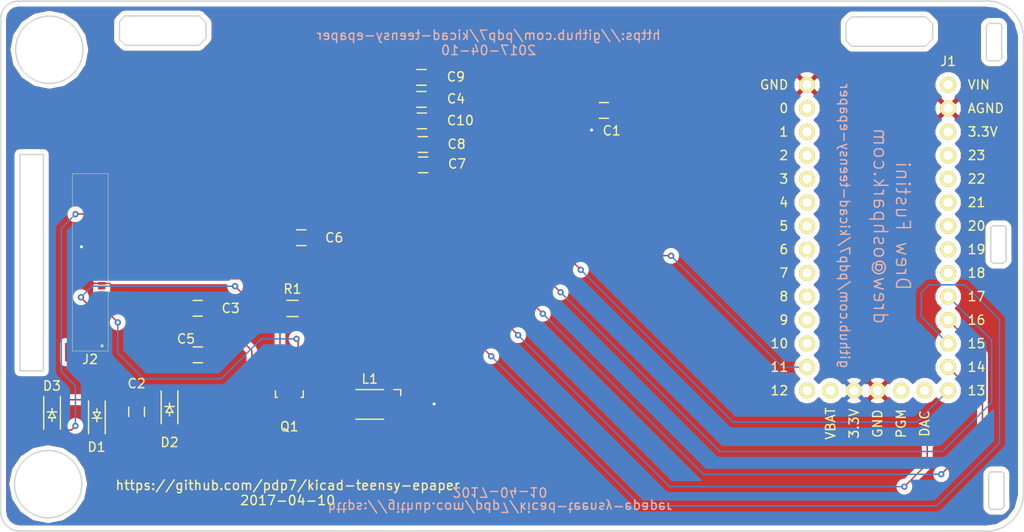
<source format=kicad_pcb>
(kicad_pcb (version 4) (host pcbnew 4.0.5)

  (general
    (links 44)
    (no_connects 1)
    (area 64.696768 31.97616 178.510001 123.265001)
    (thickness 1.6)
    (drawings 94)
    (tracks 144)
    (zones 0)
    (modules 18)
    (nets 58)
  )

  (page USLetter)
  (title_block
    (title "Project Title")
  )

  (layers
    (0 F.Cu jumper)
    (31 B.Cu signal hide)
    (34 B.Paste user)
    (35 F.Paste user)
    (36 B.SilkS user)
    (37 F.SilkS user)
    (38 B.Mask user)
    (39 F.Mask user)
    (44 Edge.Cuts user)
    (46 B.CrtYd user)
    (47 F.CrtYd user)
    (48 B.Fab user)
    (49 F.Fab user)
  )

  (setup
    (last_trace_width 0.1524)
    (trace_clearance 0.1524)
    (zone_clearance 0.508)
    (zone_45_only no)
    (trace_min 0.1524)
    (segment_width 0.1524)
    (edge_width 0.1524)
    (via_size 0.6858)
    (via_drill 0.3302)
    (via_min_size 0.6858)
    (via_min_drill 0.3302)
    (uvia_size 0.3556)
    (uvia_drill 0.254)
    (uvias_allowed no)
    (uvia_min_size 0)
    (uvia_min_drill 0)
    (pcb_text_width 0.1524)
    (pcb_text_size 1.016 1.016)
    (mod_edge_width 0.1524)
    (mod_text_size 1.016 1.016)
    (mod_text_width 0.1524)
    (pad_size 0.2 0.2)
    (pad_drill 0)
    (pad_to_mask_clearance 0.0762)
    (solder_mask_min_width 0.1016)
    (pad_to_paste_clearance -0.0762)
    (aux_axis_origin 196.5452 123.5456)
    (grid_origin -114.10188 32.77616)
    (visible_elements FFFFEFFF)
    (pcbplotparams
      (layerselection 0x310fc_80000001)
      (usegerberextensions true)
      (excludeedgelayer true)
      (linewidth 0.100000)
      (plotframeref false)
      (viasonmask false)
      (mode 1)
      (useauxorigin false)
      (hpglpennumber 1)
      (hpglpenspeed 20)
      (hpglpendiameter 15)
      (hpglpenoverlay 2)
      (psnegative false)
      (psa4output false)
      (plotreference true)
      (plotvalue true)
      (plotinvisibletext false)
      (padsonsilk false)
      (subtractmaskfromsilk false)
      (outputformat 1)
      (mirror false)
      (drillshape 0)
      (scaleselection 1)
      (outputdirectory gerbers))
  )

  (net 0 "")
  (net 1 "Net-(J1-Pad2)")
  (net 2 "Net-(J1-Pad1)")
  (net 3 "Net-(J1-Pad3)")
  (net 4 "Net-(J1-Pad4)")
  (net 5 "Net-(J1-Pad5)")
  (net 6 "Net-(J1-Pad6)")
  (net 7 "Net-(J1-Pad7)")
  (net 8 "Net-(J1-Pad8)")
  (net 9 "Net-(J1-Pad9)")
  (net 10 "Net-(J1-Pad10)")
  (net 11 "Net-(J1-Pad12)")
  (net 12 "Net-(J1-Pad18)")
  (net 13 "Net-(J1-Pad19)")
  (net 14 "Net-(J1-Pad20)")
  (net 15 "Net-(J1-Pad21)")
  (net 16 "Net-(J1-Pad22)")
  (net 17 "Net-(J1-Pad23)")
  (net 18 "Net-(C2-Pad1)")
  (net 19 "Net-(C2-Pad2)")
  (net 20 VGH)
  (net 21 PRVGL)
  (net 22 VGL)
  (net 23 VDD)
  (net 24 VSH)
  (net 25 VGH2)
  (net 26 VSL)
  (net 27 VCOM)
  (net 28 GDR)
  (net 29 RESE)
  (net 30 BUSY)
  (net 31 ^RES)
  (net 32 ^D/C)
  (net 33 ^CS)
  (net 34 SCK)
  (net 35 DOUT)
  (net 36 VPP)
  (net 37 VDDIO)
  (net 38 "Net-(J1-Pad0)")
  (net 39 "Net-(J1-PadPGM)")
  (net 40 "Net-(J1-PadDAC)")
  (net 41 "Net-(J1-Pad3V2)")
  (net 42 "Net-(J1-PadVIN)")
  (net 43 "Net-(J1-PadVBAT)")
  (net 44 GND)
  (net 45 "Net-(J2-Pad2)")
  (net 46 "Net-(J2-Pad1)")
  (net 47 "Net-(J2-Pad3)")
  (net 48 "Net-(J2-Pad4)")
  (net 49 "Net-(J2-Pad5)")
  (net 50 "Net-(J2-Pad30)")
  (net 51 "Net-(J2-Pad31)")
  (net 52 "Net-(J2-Pad32)")
  (net 53 "Net-(J2-Pad33)")
  (net 54 "Net-(J2-Pad34)")
  (net 55 "Net-(J2-Pad6)")
  (net 56 "Net-(J2-Pad11)")
  (net 57 "Net-(J2-Pad12)")

  (net_class Default "This is the default net class."
    (clearance 0.1524)
    (trace_width 0.1524)
    (via_dia 0.6858)
    (via_drill 0.3302)
    (uvia_dia 0.3556)
    (uvia_drill 0.254)
    (add_net BUSY)
    (add_net DOUT)
    (add_net GDR)
    (add_net GND)
    (add_net "Net-(C2-Pad1)")
    (add_net "Net-(C2-Pad2)")
    (add_net "Net-(J1-Pad0)")
    (add_net "Net-(J1-Pad1)")
    (add_net "Net-(J1-Pad10)")
    (add_net "Net-(J1-Pad12)")
    (add_net "Net-(J1-Pad18)")
    (add_net "Net-(J1-Pad19)")
    (add_net "Net-(J1-Pad2)")
    (add_net "Net-(J1-Pad20)")
    (add_net "Net-(J1-Pad21)")
    (add_net "Net-(J1-Pad22)")
    (add_net "Net-(J1-Pad23)")
    (add_net "Net-(J1-Pad3)")
    (add_net "Net-(J1-Pad3V2)")
    (add_net "Net-(J1-Pad4)")
    (add_net "Net-(J1-Pad5)")
    (add_net "Net-(J1-Pad6)")
    (add_net "Net-(J1-Pad7)")
    (add_net "Net-(J1-Pad8)")
    (add_net "Net-(J1-Pad9)")
    (add_net "Net-(J1-PadDAC)")
    (add_net "Net-(J1-PadPGM)")
    (add_net "Net-(J1-PadVBAT)")
    (add_net "Net-(J1-PadVIN)")
    (add_net "Net-(J2-Pad1)")
    (add_net "Net-(J2-Pad11)")
    (add_net "Net-(J2-Pad12)")
    (add_net "Net-(J2-Pad2)")
    (add_net "Net-(J2-Pad3)")
    (add_net "Net-(J2-Pad30)")
    (add_net "Net-(J2-Pad31)")
    (add_net "Net-(J2-Pad32)")
    (add_net "Net-(J2-Pad33)")
    (add_net "Net-(J2-Pad34)")
    (add_net "Net-(J2-Pad4)")
    (add_net "Net-(J2-Pad5)")
    (add_net "Net-(J2-Pad6)")
    (add_net PRVGL)
    (add_net RESE)
    (add_net SCK)
    (add_net VCOM)
    (add_net VDD)
    (add_net VDDIO)
    (add_net VGH)
    (add_net VGH2)
    (add_net VGL)
    (add_net VPP)
    (add_net VSH)
    (add_net VSL)
    (add_net ^CS)
    (add_net ^D/C)
    (add_net ^RES)
  )

  (module hirose-34pos-bigger-gnd-pads:CONN-HEADER-FH34SRJ-34S-0.5SH-BIG-GND (layer F.Cu) (tedit 58E8619F) (tstamp 58DB662B)
    (at 74.49812 60.37616 90)
    (path /58799DE1)
    (fp_text reference J2 (at -0.225 -0.325 270) (layer F.Fab)
      (effects (font (size 1 1) (thickness 0.15)))
    )
    (fp_text value HEADER-FEMALE-34POS-FFC-SMT-1x34-P0.5MM (at 0 2.9 90) (layer F.Fab) hide
      (effects (font (size 1 1) (thickness 0.15)))
    )
    (fp_line (start 9.625 -1.975) (end 9.625 1.875) (layer F.SilkS) (width 0.04064))
    (fp_line (start 9.625 -1.975) (end 9.625 1.875) (layer F.Fab) (width 0.04064))
    (fp_circle (center -8.975 1.225) (end -8.925 1.125) (layer F.SilkS) (width 0.1))
    (fp_line (start 9.625 -1.975) (end -9.525 -1.975) (layer F.SilkS) (width 0.04064))
    (fp_line (start 9.625 -1.975) (end -9.525 -1.975) (layer F.Fab) (width 0.04064))
    (fp_line (start -9.525 -1.975) (end -9.525 1.875) (layer F.Fab) (width 0.04064))
    (fp_line (start -9.525 1.875) (end 9.625 1.875) (layer F.Fab) (width 0.04064))
    (fp_line (start -9.525 1.875) (end 9.625 1.875) (layer F.SilkS) (width 0.04064))
    (fp_line (start -9.525 -1.975) (end -9.525 1.875) (layer F.SilkS) (width 0.04064))
    (fp_line (start 9.625 -1.975) (end 9.625 1.875) (layer F.CrtYd) (width 0.04064))
    (fp_line (start -9.525 -1.975) (end -9.525 1.875) (layer F.CrtYd) (width 0.04064))
    (fp_line (start -9.525 1.875) (end 9.625 1.875) (layer F.CrtYd) (width 0.04064))
    (fp_line (start 9.625 -1.975) (end -9.525 -1.975) (layer F.CrtYd) (width 0.04064))
    (fp_text user %R (at -10.425 -0.075 180) (layer F.SilkS)
      (effects (font (size 1 1) (thickness 0.15)))
    )
    (pad 2 smd rect (at 9.652 -1.778 180) (size 2 2) (layers F.Cu F.Paste F.Mask)
      (net 45 "Net-(J2-Pad2)"))
    (pad 1 smd rect (at -8.225 1.175 180) (size 0.8 0.3) (layers F.Cu F.Paste F.Mask)
      (net 46 "Net-(J2-Pad1)"))
    (pad 2 smd rect (at -7.725 1.175 180) (size 0.8 0.3) (layers F.Cu F.Paste F.Mask)
      (net 45 "Net-(J2-Pad2)"))
    (pad 3 smd rect (at -7.225 1.175 180) (size 0.8 0.3) (layers F.Cu F.Paste F.Mask)
      (net 47 "Net-(J2-Pad3)"))
    (pad 4 smd rect (at -6.725 1.175 180) (size 0.8 0.3) (layers F.Cu F.Paste F.Mask)
      (net 48 "Net-(J2-Pad4)"))
    (pad 5 smd rect (at -6.225 1.175 180) (size 0.8 0.3) (layers F.Cu F.Paste F.Mask)
      (net 49 "Net-(J2-Pad5)"))
    (pad 6 smd rect (at -5.725 1.175 180) (size 0.8 0.3) (layers F.Cu F.Paste F.Mask)
      (net 55 "Net-(J2-Pad6)"))
    (pad 7 smd rect (at -5.225 1.175 180) (size 0.8 0.3) (layers F.Cu F.Paste F.Mask)
      (net 28 GDR))
    (pad 8 smd rect (at -4.725 1.175 180) (size 0.8 0.3) (layers F.Cu F.Paste F.Mask)
      (net 29 RESE))
    (pad 9 smd rect (at -4.225 1.175 180) (size 0.8 0.3) (layers F.Cu F.Paste F.Mask)
      (net 22 VGL))
    (pad 10 smd rect (at -3.725 1.175 180) (size 0.8 0.3) (layers F.Cu F.Paste F.Mask)
      (net 20 VGH))
    (pad 11 smd rect (at -3.225 1.175 180) (size 0.8 0.3) (layers F.Cu F.Paste F.Mask)
      (net 56 "Net-(J2-Pad11)"))
    (pad 12 smd rect (at -2.725 1.175 180) (size 0.8 0.3) (layers F.Cu F.Paste F.Mask)
      (net 57 "Net-(J2-Pad12)"))
    (pad 13 smd rect (at -2.225 1.175 180) (size 0.8 0.3) (layers F.Cu F.Paste F.Mask)
      (net 44 GND))
    (pad 14 smd rect (at -1.725 1.175 180) (size 0.8 0.3) (layers F.Cu F.Paste F.Mask)
      (net 30 BUSY))
    (pad 15 smd rect (at -1.225 1.175 180) (size 0.8 0.3) (layers F.Cu F.Paste F.Mask)
      (net 31 ^RES))
    (pad 16 smd rect (at -0.725 1.175 180) (size 0.8 0.3) (layers F.Cu F.Paste F.Mask)
      (net 32 ^D/C))
    (pad 17 smd rect (at -0.225 1.175 180) (size 0.8 0.3) (layers F.Cu F.Paste F.Mask)
      (net 33 ^CS))
    (pad 18 smd rect (at 0.275 1.175 180) (size 0.8 0.3) (layers F.Cu F.Paste F.Mask)
      (net 34 SCK))
    (pad 19 smd rect (at 0.775 1.175 180) (size 0.8 0.3) (layers F.Cu F.Paste F.Mask)
      (net 35 DOUT))
    (pad 20 smd rect (at 1.275 1.175 180) (size 0.8 0.3) (layers F.Cu F.Paste F.Mask)
      (net 37 VDDIO))
    (pad 21 smd rect (at 1.775 1.175 180) (size 0.8 0.3) (layers F.Cu F.Paste F.Mask)
      (net 37 VDDIO))
    (pad 22 smd rect (at 2.275 1.175 180) (size 0.8 0.3) (layers F.Cu F.Paste F.Mask)
      (net 44 GND))
    (pad 23 smd rect (at 2.775 1.175 180) (size 0.8 0.3) (layers F.Cu F.Paste F.Mask)
      (net 23 VDD))
    (pad 24 smd rect (at 3.275 1.175 180) (size 0.8 0.3) (layers F.Cu F.Paste F.Mask)
      (net 36 VPP))
    (pad 25 smd rect (at 3.775 1.175 180) (size 0.8 0.3) (layers F.Cu F.Paste F.Mask)
      (net 24 VSH))
    (pad 26 smd rect (at 4.275 1.175 180) (size 0.8 0.3) (layers F.Cu F.Paste F.Mask)
      (net 25 VGH2))
    (pad 27 smd rect (at 4.775 1.175 180) (size 0.8 0.3) (layers F.Cu F.Paste F.Mask)
      (net 26 VSL))
    (pad 28 smd rect (at 5.275 1.175 180) (size 0.8 0.3) (layers F.Cu F.Paste F.Mask)
      (net 21 PRVGL))
    (pad 29 smd rect (at 5.775 1.175 180) (size 0.8 0.3) (layers F.Cu F.Paste F.Mask)
      (net 27 VCOM))
    (pad 30 smd rect (at 6.275 1.175 180) (size 0.8 0.3) (layers F.Cu F.Paste F.Mask)
      (net 50 "Net-(J2-Pad30)"))
    (pad 31 smd rect (at 6.775 1.175 180) (size 0.8 0.3) (layers F.Cu F.Paste F.Mask)
      (net 51 "Net-(J2-Pad31)"))
    (pad 32 smd rect (at 7.275 1.175 180) (size 0.8 0.3) (layers F.Cu F.Paste F.Mask)
      (net 52 "Net-(J2-Pad32)"))
    (pad 33 smd rect (at 7.775 1.175 180) (size 0.8 0.3) (layers F.Cu F.Paste F.Mask)
      (net 53 "Net-(J2-Pad33)"))
    (pad 34 smd rect (at 8.275 1.175 180) (size 0.8 0.3) (layers F.Cu F.Paste F.Mask)
      (net 54 "Net-(J2-Pad34)"))
    (pad e smd rect (at -9.652 -1.778 180) (size 2 2) (layers F.Cu F.Paste F.Mask))
  )

  (module Capacitors_SMD:C_0805_HandSoldering (layer F.Cu) (tedit 58EB4E25) (tstamp 58DB6531)
    (at 86.05812 70.31616 180)
    (descr "Capacitor SMD 0805, hand soldering")
    (tags "capacitor 0805")
    (path /5893EA94)
    (attr smd)
    (fp_text reference C5 (at 1.278 1.726 180) (layer F.SilkS)
      (effects (font (size 1 1) (thickness 0.15)))
    )
    (fp_text value CAP-CER-1UF (at 0 2.1 180) (layer F.Fab)
      (effects (font (size 1 1) (thickness 0.15)))
    )
    (fp_line (start -2.3 -1) (end 2.3 -1) (layer F.CrtYd) (width 0.05))
    (fp_line (start -2.3 1) (end 2.3 1) (layer F.CrtYd) (width 0.05))
    (fp_line (start -2.3 -1) (end -2.3 1) (layer F.CrtYd) (width 0.05))
    (fp_line (start 2.3 -1) (end 2.3 1) (layer F.CrtYd) (width 0.05))
    (fp_line (start 0.5 -0.85) (end -0.5 -0.85) (layer F.SilkS) (width 0.15))
    (fp_line (start -0.5 0.85) (end 0.5 0.85) (layer F.SilkS) (width 0.15))
    (pad 1 smd rect (at -1.25 0 180) (size 1.5 1.25) (layers F.Cu F.Paste F.Mask)
      (net 44 GND))
    (pad 2 smd rect (at 1.25 0 180) (size 1.5 1.25) (layers F.Cu F.Paste F.Mask)
      (net 22 VGL))
    (model Capacitors_SMD.3dshapes/C_0805_HandSoldering.wrl
      (at (xyz 0 0 0))
      (scale (xyz 1 1 1))
      (rotate (xyz 0 0 0))
    )
  )

  (module Capacitors_SMD:C_0805_HandSoldering (layer F.Cu) (tedit 58EB4E0C) (tstamp 58DB6501)
    (at 129.90312 43.92616 180)
    (descr "Capacitor SMD 0805, hand soldering")
    (tags "capacitor 0805")
    (path /58940842)
    (attr smd)
    (fp_text reference C1 (at -0.845 -2.19 180) (layer F.SilkS)
      (effects (font (size 1 1) (thickness 0.15)))
    )
    (fp_text value CAP-CER-1UF (at 0 2.1 180) (layer F.Fab)
      (effects (font (size 1 1) (thickness 0.15)))
    )
    (fp_line (start -2.3 -1) (end 2.3 -1) (layer F.CrtYd) (width 0.05))
    (fp_line (start -2.3 1) (end 2.3 1) (layer F.CrtYd) (width 0.05))
    (fp_line (start -2.3 -1) (end -2.3 1) (layer F.CrtYd) (width 0.05))
    (fp_line (start 2.3 -1) (end 2.3 1) (layer F.CrtYd) (width 0.05))
    (fp_line (start 0.5 -0.85) (end -0.5 -0.85) (layer F.SilkS) (width 0.15))
    (fp_line (start -0.5 0.85) (end 0.5 0.85) (layer F.SilkS) (width 0.15))
    (pad 1 smd rect (at -1.25 0 180) (size 1.5 1.25) (layers F.Cu F.Paste F.Mask)
      (net 44 GND))
    (pad 2 smd rect (at 1.25 0 180) (size 1.5 1.25) (layers F.Cu F.Paste F.Mask)
      (net 37 VDDIO))
    (model Capacitors_SMD.3dshapes/C_0805_HandSoldering.wrl
      (at (xyz 0 0 0))
      (scale (xyz 1 1 1))
      (rotate (xyz 0 0 0))
    )
  )

  (module Capacitors_SMD:C_0805_HandSoldering (layer F.Cu) (tedit 58EB4E5F) (tstamp 58DB650D)
    (at 79.44612 76.46416 270)
    (descr "Capacitor SMD 0805, hand soldering")
    (tags "capacitor 0805")
    (path /58940735)
    (attr smd)
    (fp_text reference C2 (at -3.048 0 360) (layer F.SilkS)
      (effects (font (size 1 1) (thickness 0.15)))
    )
    (fp_text value CAP-CER-2.2UF (at 0 2.1 270) (layer F.Fab)
      (effects (font (size 1 1) (thickness 0.15)))
    )
    (fp_line (start -2.3 -1) (end 2.3 -1) (layer F.CrtYd) (width 0.05))
    (fp_line (start -2.3 1) (end 2.3 1) (layer F.CrtYd) (width 0.05))
    (fp_line (start -2.3 -1) (end -2.3 1) (layer F.CrtYd) (width 0.05))
    (fp_line (start 2.3 -1) (end 2.3 1) (layer F.CrtYd) (width 0.05))
    (fp_line (start 0.5 -0.85) (end -0.5 -0.85) (layer F.SilkS) (width 0.15))
    (fp_line (start -0.5 0.85) (end 0.5 0.85) (layer F.SilkS) (width 0.15))
    (pad 1 smd rect (at -1.25 0 270) (size 1.5 1.25) (layers F.Cu F.Paste F.Mask)
      (net 18 "Net-(C2-Pad1)"))
    (pad 2 smd rect (at 1.25 0 270) (size 1.5 1.25) (layers F.Cu F.Paste F.Mask)
      (net 19 "Net-(C2-Pad2)"))
    (model Capacitors_SMD.3dshapes/C_0805_HandSoldering.wrl
      (at (xyz 0 0 0))
      (scale (xyz 1 1 1))
      (rotate (xyz 0 0 0))
    )
  )

  (module Capacitors_SMD:C_0805_HandSoldering (layer F.Cu) (tedit 58EB4E1C) (tstamp 58DB6519)
    (at 86.05012 65.28816 180)
    (descr "Capacitor SMD 0805, hand soldering")
    (tags "capacitor 0805")
    (path /5895556F)
    (attr smd)
    (fp_text reference C3 (at -3.556 0 180) (layer F.SilkS)
      (effects (font (size 1 1) (thickness 0.15)))
    )
    (fp_text value CAP-CER-1UF (at 0 2.1 180) (layer F.Fab)
      (effects (font (size 1 1) (thickness 0.15)))
    )
    (fp_line (start -2.3 -1) (end 2.3 -1) (layer F.CrtYd) (width 0.05))
    (fp_line (start -2.3 1) (end 2.3 1) (layer F.CrtYd) (width 0.05))
    (fp_line (start -2.3 -1) (end -2.3 1) (layer F.CrtYd) (width 0.05))
    (fp_line (start 2.3 -1) (end 2.3 1) (layer F.CrtYd) (width 0.05))
    (fp_line (start 0.5 -0.85) (end -0.5 -0.85) (layer F.SilkS) (width 0.15))
    (fp_line (start -0.5 0.85) (end 0.5 0.85) (layer F.SilkS) (width 0.15))
    (pad 1 smd rect (at -1.25 0 180) (size 1.5 1.25) (layers F.Cu F.Paste F.Mask)
      (net 44 GND))
    (pad 2 smd rect (at 1.25 0 180) (size 1.5 1.25) (layers F.Cu F.Paste F.Mask)
      (net 20 VGH))
    (model Capacitors_SMD.3dshapes/C_0805_HandSoldering.wrl
      (at (xyz 0 0 0))
      (scale (xyz 1 1 1))
      (rotate (xyz 0 0 0))
    )
  )

  (module Capacitors_SMD:C_0805_HandSoldering (layer F.Cu) (tedit 58EB4DE7) (tstamp 58DB6525)
    (at 110.20112 42.72916 180)
    (descr "Capacitor SMD 0805, hand soldering")
    (tags "capacitor 0805")
    (path /589409D9)
    (attr smd)
    (fp_text reference C4 (at -3.737 0.063 180) (layer F.SilkS)
      (effects (font (size 1 1) (thickness 0.15)))
    )
    (fp_text value CAP-CER-1UF (at 0 2.1 180) (layer F.Fab)
      (effects (font (size 1 1) (thickness 0.15)))
    )
    (fp_line (start -2.3 -1) (end 2.3 -1) (layer F.CrtYd) (width 0.05))
    (fp_line (start -2.3 1) (end 2.3 1) (layer F.CrtYd) (width 0.05))
    (fp_line (start -2.3 -1) (end -2.3 1) (layer F.CrtYd) (width 0.05))
    (fp_line (start 2.3 -1) (end 2.3 1) (layer F.CrtYd) (width 0.05))
    (fp_line (start 0.5 -0.85) (end -0.5 -0.85) (layer F.SilkS) (width 0.15))
    (fp_line (start -0.5 0.85) (end 0.5 0.85) (layer F.SilkS) (width 0.15))
    (pad 1 smd rect (at -1.25 0 180) (size 1.5 1.25) (layers F.Cu F.Paste F.Mask)
      (net 44 GND))
    (pad 2 smd rect (at 1.25 0 180) (size 1.5 1.25) (layers F.Cu F.Paste F.Mask)
      (net 21 PRVGL))
    (model Capacitors_SMD.3dshapes/C_0805_HandSoldering.wrl
      (at (xyz 0 0 0))
      (scale (xyz 1 1 1))
      (rotate (xyz 0 0 0))
    )
  )

  (module Capacitors_SMD:C_0805_HandSoldering (layer F.Cu) (tedit 58EB4E14) (tstamp 58DB653D)
    (at 97.22612 57.66816 180)
    (descr "Capacitor SMD 0805, hand soldering")
    (tags "capacitor 0805")
    (path /5893F2DB)
    (attr smd)
    (fp_text reference C6 (at -3.556 0 180) (layer F.SilkS)
      (effects (font (size 1 1) (thickness 0.15)))
    )
    (fp_text value CAP-CER-1UF (at 0 2.1 180) (layer F.Fab)
      (effects (font (size 1 1) (thickness 0.15)))
    )
    (fp_line (start -2.3 -1) (end 2.3 -1) (layer F.CrtYd) (width 0.05))
    (fp_line (start -2.3 1) (end 2.3 1) (layer F.CrtYd) (width 0.05))
    (fp_line (start -2.3 -1) (end -2.3 1) (layer F.CrtYd) (width 0.05))
    (fp_line (start 2.3 -1) (end 2.3 1) (layer F.CrtYd) (width 0.05))
    (fp_line (start 0.5 -0.85) (end -0.5 -0.85) (layer F.SilkS) (width 0.15))
    (fp_line (start -0.5 0.85) (end 0.5 0.85) (layer F.SilkS) (width 0.15))
    (pad 1 smd rect (at -1.25 0 180) (size 1.5 1.25) (layers F.Cu F.Paste F.Mask)
      (net 44 GND))
    (pad 2 smd rect (at 1.25 0 180) (size 1.5 1.25) (layers F.Cu F.Paste F.Mask)
      (net 23 VDD))
    (model Capacitors_SMD.3dshapes/C_0805_HandSoldering.wrl
      (at (xyz 0 0 0))
      (scale (xyz 1 1 1))
      (rotate (xyz 0 0 0))
    )
  )

  (module Capacitors_SMD:C_0805_HandSoldering (layer F.Cu) (tedit 58EB4E04) (tstamp 58DB6549)
    (at 110.39412 49.80216 180)
    (descr "Capacitor SMD 0805, hand soldering")
    (tags "capacitor 0805")
    (path /5893F39D)
    (attr smd)
    (fp_text reference C7 (at -3.654 0.106 180) (layer F.SilkS)
      (effects (font (size 1 1) (thickness 0.15)))
    )
    (fp_text value CAP-CER-1UF (at 0 2.1 180) (layer F.Fab)
      (effects (font (size 1 1) (thickness 0.15)))
    )
    (fp_line (start -2.3 -1) (end 2.3 -1) (layer F.CrtYd) (width 0.05))
    (fp_line (start -2.3 1) (end 2.3 1) (layer F.CrtYd) (width 0.05))
    (fp_line (start -2.3 -1) (end -2.3 1) (layer F.CrtYd) (width 0.05))
    (fp_line (start 2.3 -1) (end 2.3 1) (layer F.CrtYd) (width 0.05))
    (fp_line (start 0.5 -0.85) (end -0.5 -0.85) (layer F.SilkS) (width 0.15))
    (fp_line (start -0.5 0.85) (end 0.5 0.85) (layer F.SilkS) (width 0.15))
    (pad 1 smd rect (at -1.25 0 180) (size 1.5 1.25) (layers F.Cu F.Paste F.Mask)
      (net 44 GND))
    (pad 2 smd rect (at 1.25 0 180) (size 1.5 1.25) (layers F.Cu F.Paste F.Mask)
      (net 24 VSH))
    (model Capacitors_SMD.3dshapes/C_0805_HandSoldering.wrl
      (at (xyz 0 0 0))
      (scale (xyz 1 1 1))
      (rotate (xyz 0 0 0))
    )
  )

  (module Capacitors_SMD:C_0805_HandSoldering (layer F.Cu) (tedit 58EB4DFD) (tstamp 58DB6555)
    (at 110.35112 47.60416 180)
    (descr "Capacitor SMD 0805, hand soldering")
    (tags "capacitor 0805")
    (path /5893F5FD)
    (attr smd)
    (fp_text reference C8 (at -3.647 0.038 180) (layer F.SilkS)
      (effects (font (size 1 1) (thickness 0.15)))
    )
    (fp_text value CAP-CER-1UF (at 0 2.1 180) (layer F.Fab)
      (effects (font (size 1 1) (thickness 0.15)))
    )
    (fp_line (start -2.3 -1) (end 2.3 -1) (layer F.CrtYd) (width 0.05))
    (fp_line (start -2.3 1) (end 2.3 1) (layer F.CrtYd) (width 0.05))
    (fp_line (start -2.3 -1) (end -2.3 1) (layer F.CrtYd) (width 0.05))
    (fp_line (start 2.3 -1) (end 2.3 1) (layer F.CrtYd) (width 0.05))
    (fp_line (start 0.5 -0.85) (end -0.5 -0.85) (layer F.SilkS) (width 0.15))
    (fp_line (start -0.5 0.85) (end 0.5 0.85) (layer F.SilkS) (width 0.15))
    (pad 1 smd rect (at -1.25 0 180) (size 1.5 1.25) (layers F.Cu F.Paste F.Mask)
      (net 44 GND))
    (pad 2 smd rect (at 1.25 0 180) (size 1.5 1.25) (layers F.Cu F.Paste F.Mask)
      (net 25 VGH2))
    (model Capacitors_SMD.3dshapes/C_0805_HandSoldering.wrl
      (at (xyz 0 0 0))
      (scale (xyz 1 1 1))
      (rotate (xyz 0 0 0))
    )
  )

  (module Capacitors_SMD:C_0805_HandSoldering (layer F.Cu) (tedit 58EB4DE0) (tstamp 58DB6561)
    (at 110.20112 40.35416 180)
    (descr "Capacitor SMD 0805, hand soldering")
    (tags "capacitor 0805")
    (path /5893F621)
    (attr smd)
    (fp_text reference C9 (at -3.717 0.058 180) (layer F.SilkS)
      (effects (font (size 1 1) (thickness 0.15)))
    )
    (fp_text value CAP-CER-1UF (at 0 2.1 180) (layer F.Fab)
      (effects (font (size 1 1) (thickness 0.15)))
    )
    (fp_line (start -2.3 -1) (end 2.3 -1) (layer F.CrtYd) (width 0.05))
    (fp_line (start -2.3 1) (end 2.3 1) (layer F.CrtYd) (width 0.05))
    (fp_line (start -2.3 -1) (end -2.3 1) (layer F.CrtYd) (width 0.05))
    (fp_line (start 2.3 -1) (end 2.3 1) (layer F.CrtYd) (width 0.05))
    (fp_line (start 0.5 -0.85) (end -0.5 -0.85) (layer F.SilkS) (width 0.15))
    (fp_line (start -0.5 0.85) (end 0.5 0.85) (layer F.SilkS) (width 0.15))
    (pad 1 smd rect (at -1.25 0 180) (size 1.5 1.25) (layers F.Cu F.Paste F.Mask)
      (net 44 GND))
    (pad 2 smd rect (at 1.25 0 180) (size 1.5 1.25) (layers F.Cu F.Paste F.Mask)
      (net 27 VCOM))
    (model Capacitors_SMD.3dshapes/C_0805_HandSoldering.wrl
      (at (xyz 0 0 0))
      (scale (xyz 1 1 1))
      (rotate (xyz 0 0 0))
    )
  )

  (module Capacitors_SMD:C_0805_HandSoldering (layer F.Cu) (tedit 58EB4DF3) (tstamp 58DB656D)
    (at 110.25112 45.05416 180)
    (descr "Capacitor SMD 0805, hand soldering")
    (tags "capacitor 0805")
    (path /5895580B)
    (attr smd)
    (fp_text reference C10 (at -4.157 0.048 180) (layer F.SilkS)
      (effects (font (size 1 1) (thickness 0.15)))
    )
    (fp_text value CAP-CER-1UF (at 0 2.1 180) (layer F.Fab)
      (effects (font (size 1 1) (thickness 0.15)))
    )
    (fp_line (start -2.3 -1) (end 2.3 -1) (layer F.CrtYd) (width 0.05))
    (fp_line (start -2.3 1) (end 2.3 1) (layer F.CrtYd) (width 0.05))
    (fp_line (start -2.3 -1) (end -2.3 1) (layer F.CrtYd) (width 0.05))
    (fp_line (start 2.3 -1) (end 2.3 1) (layer F.CrtYd) (width 0.05))
    (fp_line (start 0.5 -0.85) (end -0.5 -0.85) (layer F.SilkS) (width 0.15))
    (fp_line (start -0.5 0.85) (end 0.5 0.85) (layer F.SilkS) (width 0.15))
    (pad 1 smd rect (at -1.25 0 180) (size 1.5 1.25) (layers F.Cu F.Paste F.Mask)
      (net 44 GND))
    (pad 2 smd rect (at 1.25 0 180) (size 1.5 1.25) (layers F.Cu F.Paste F.Mask)
      (net 26 VSL))
    (model Capacitors_SMD.3dshapes/C_0805_HandSoldering.wrl
      (at (xyz 0 0 0))
      (scale (xyz 1 1 1))
      (rotate (xyz 0 0 0))
    )
  )

  (module Diodes_SMD:SOD-123 (layer F.Cu) (tedit 58EB4E4B) (tstamp 58DB657F)
    (at 75.15812 76.83616 90)
    (descr SOD-123)
    (tags SOD-123)
    (path /5894140E)
    (attr smd)
    (fp_text reference D1 (at -3.438 -0.03 180) (layer F.SilkS)
      (effects (font (size 1 1) (thickness 0.15)))
    )
    (fp_text value DIODE (at 0 2.1 90) (layer F.Fab)
      (effects (font (size 1 1) (thickness 0.15)))
    )
    (fp_line (start 0.3175 0) (end 0.6985 0) (layer F.SilkS) (width 0.15))
    (fp_line (start -0.6985 0) (end -0.3175 0) (layer F.SilkS) (width 0.15))
    (fp_line (start -0.3175 0) (end 0.3175 -0.381) (layer F.SilkS) (width 0.15))
    (fp_line (start 0.3175 -0.381) (end 0.3175 0.381) (layer F.SilkS) (width 0.15))
    (fp_line (start 0.3175 0.381) (end -0.3175 0) (layer F.SilkS) (width 0.15))
    (fp_line (start -0.3175 -0.508) (end -0.3175 0.508) (layer F.SilkS) (width 0.15))
    (fp_line (start -2.25 -1.05) (end 2.25 -1.05) (layer F.CrtYd) (width 0.05))
    (fp_line (start 2.25 -1.05) (end 2.25 1.05) (layer F.CrtYd) (width 0.05))
    (fp_line (start 2.25 1.05) (end -2.25 1.05) (layer F.CrtYd) (width 0.05))
    (fp_line (start -2.25 -1.05) (end -2.25 1.05) (layer F.CrtYd) (width 0.05))
    (fp_line (start -2 0.9) (end 1.54 0.9) (layer F.SilkS) (width 0.15))
    (fp_line (start -2 -0.9) (end 1.54 -0.9) (layer F.SilkS) (width 0.15))
    (pad 1 smd rect (at -1.635 0 90) (size 0.91 1.22) (layers F.Cu F.Paste F.Mask)
      (net 44 GND))
    (pad 2 smd rect (at 1.635 0 90) (size 0.91 1.22) (layers F.Cu F.Paste F.Mask)
      (net 18 "Net-(C2-Pad1)"))
  )

  (module Diodes_SMD:SOD-123 (layer F.Cu) (tedit 58EB4E47) (tstamp 58DB6591)
    (at 83.00212 76.21016 270)
    (descr SOD-123)
    (tags SOD-123)
    (path /58941074)
    (attr smd)
    (fp_text reference D2 (at 3.556 0 360) (layer F.SilkS)
      (effects (font (size 1 1) (thickness 0.15)))
    )
    (fp_text value DIODE (at 0 2.1 270) (layer F.Fab)
      (effects (font (size 1 1) (thickness 0.15)))
    )
    (fp_line (start 0.3175 0) (end 0.6985 0) (layer F.SilkS) (width 0.15))
    (fp_line (start -0.6985 0) (end -0.3175 0) (layer F.SilkS) (width 0.15))
    (fp_line (start -0.3175 0) (end 0.3175 -0.381) (layer F.SilkS) (width 0.15))
    (fp_line (start 0.3175 -0.381) (end 0.3175 0.381) (layer F.SilkS) (width 0.15))
    (fp_line (start 0.3175 0.381) (end -0.3175 0) (layer F.SilkS) (width 0.15))
    (fp_line (start -0.3175 -0.508) (end -0.3175 0.508) (layer F.SilkS) (width 0.15))
    (fp_line (start -2.25 -1.05) (end 2.25 -1.05) (layer F.CrtYd) (width 0.05))
    (fp_line (start 2.25 -1.05) (end 2.25 1.05) (layer F.CrtYd) (width 0.05))
    (fp_line (start 2.25 1.05) (end -2.25 1.05) (layer F.CrtYd) (width 0.05))
    (fp_line (start -2.25 -1.05) (end -2.25 1.05) (layer F.CrtYd) (width 0.05))
    (fp_line (start -2 0.9) (end 1.54 0.9) (layer F.SilkS) (width 0.15))
    (fp_line (start -2 -0.9) (end 1.54 -0.9) (layer F.SilkS) (width 0.15))
    (pad 1 smd rect (at -1.635 0 270) (size 0.91 1.22) (layers F.Cu F.Paste F.Mask)
      (net 20 VGH))
    (pad 2 smd rect (at 1.635 0 270) (size 0.91 1.22) (layers F.Cu F.Paste F.Mask)
      (net 19 "Net-(C2-Pad2)"))
  )

  (module Diodes_SMD:SOD-123 (layer F.Cu) (tedit 58EB4E55) (tstamp 58DB65A3)
    (at 70.31812 76.79616 270)
    (descr SOD-123)
    (tags SOD-123)
    (path /58941226)
    (attr smd)
    (fp_text reference D3 (at -3.126 0.016 360) (layer F.SilkS)
      (effects (font (size 1 1) (thickness 0.15)))
    )
    (fp_text value DIODE (at 0 2.1 270) (layer F.Fab)
      (effects (font (size 1 1) (thickness 0.15)))
    )
    (fp_line (start 0.3175 0) (end 0.6985 0) (layer F.SilkS) (width 0.15))
    (fp_line (start -0.6985 0) (end -0.3175 0) (layer F.SilkS) (width 0.15))
    (fp_line (start -0.3175 0) (end 0.3175 -0.381) (layer F.SilkS) (width 0.15))
    (fp_line (start 0.3175 -0.381) (end 0.3175 0.381) (layer F.SilkS) (width 0.15))
    (fp_line (start 0.3175 0.381) (end -0.3175 0) (layer F.SilkS) (width 0.15))
    (fp_line (start -0.3175 -0.508) (end -0.3175 0.508) (layer F.SilkS) (width 0.15))
    (fp_line (start -2.25 -1.05) (end 2.25 -1.05) (layer F.CrtYd) (width 0.05))
    (fp_line (start 2.25 -1.05) (end 2.25 1.05) (layer F.CrtYd) (width 0.05))
    (fp_line (start 2.25 1.05) (end -2.25 1.05) (layer F.CrtYd) (width 0.05))
    (fp_line (start -2.25 -1.05) (end -2.25 1.05) (layer F.CrtYd) (width 0.05))
    (fp_line (start -2 0.9) (end 1.54 0.9) (layer F.SilkS) (width 0.15))
    (fp_line (start -2 -0.9) (end 1.54 -0.9) (layer F.SilkS) (width 0.15))
    (pad 1 smd rect (at -1.635 0 270) (size 0.91 1.22) (layers F.Cu F.Paste F.Mask)
      (net 18 "Net-(C2-Pad1)"))
    (pad 2 smd rect (at 1.635 0 270) (size 0.91 1.22) (layers F.Cu F.Paste F.Mask)
      (net 21 PRVGL))
  )

  (module Wickerlib:TEENSY-3.2-SILK (layer F.Cu) (tedit 58E9D464) (tstamp 58DB65F5)
    (at 161.99612 51.31816)
    (path /58956D44)
    (fp_text reference J1 (at -2 0 270) (layer F.Fab)
      (effects (font (size 1 1) (thickness 0.15)))
    )
    (fp_text value TEENSY3.2-72MHz (at -2.54 20.32) (layer F.Fab) hide
      (effects (font (size 1 1) (thickness 0.15)))
    )
    (fp_text user VIN (at 8.382095 -10.16) (layer F.SilkS)
      (effects (font (size 1 1) (thickness 0.15)))
    )
    (fp_line (start 0 -9.5) (end 0 -11.5) (layer F.Fab) (width 0.05))
    (fp_line (start -4.5 -9.5) (end 0 -9.5) (layer F.Fab) (width 0.05))
    (fp_line (start -4.5 -11.5) (end -4.5 -9.5) (layer F.Fab) (width 0.05))
    (fp_line (start -11.5 24) (end 6.5 24) (layer F.Fab) (width 0.05))
    (fp_line (start -11.5 -11.5) (end -11.5 24) (layer F.Fab) (width 0.05))
    (fp_line (start 6.5 -11.5) (end -11.5 -11.5) (layer F.Fab) (width 0.05))
    (fp_line (start 6.5 24) (end 6.5 -11.5) (layer F.Fab) (width 0.05))
    (fp_text user %R (at 5.08 -12.7) (layer F.SilkS)
      (effects (font (size 1 1) (thickness 0.15)))
    )
    (fp_line (start -11.43 24.13) (end 6.35 24.13) (layer F.CrtYd) (width 0.1524))
    (fp_line (start -11.43 -11.43) (end -11.43 24.13) (layer F.CrtYd) (width 0.1524))
    (fp_line (start 6.35 -11.43) (end -11.43 -11.43) (layer F.CrtYd) (width 0.1524))
    (fp_line (start 6.35 24.13) (end 6.35 -11.43) (layer F.CrtYd) (width 0.1524))
    (fp_text user AGND (at 9.144 -7.62) (layer F.SilkS)
      (effects (font (size 1 1) (thickness 0.15)))
    )
    (fp_text user 3.3V (at 8.810666 -5.08) (layer F.SilkS)
      (effects (font (size 1 1) (thickness 0.15)))
    )
    (fp_text user 23 (at 8.144 -2.54) (layer F.SilkS)
      (effects (font (size 1 1) (thickness 0.15)))
    )
    (fp_text user 22 (at 8.144 0) (layer F.SilkS)
      (effects (font (size 1 1) (thickness 0.15)))
    )
    (fp_text user 21 (at 8.144 2.54) (layer F.SilkS)
      (effects (font (size 1 1) (thickness 0.15)))
    )
    (fp_text user 20 (at 8.144 5.08) (layer F.SilkS)
      (effects (font (size 1 1) (thickness 0.15)))
    )
    (fp_text user 19 (at 8.144 7.62) (layer F.SilkS)
      (effects (font (size 1 1) (thickness 0.15)))
    )
    (fp_text user 18 (at 8.144 10.16) (layer F.SilkS)
      (effects (font (size 1 1) (thickness 0.15)))
    )
    (fp_text user 17 (at 8.144 12.7) (layer F.SilkS)
      (effects (font (size 1 1) (thickness 0.15)))
    )
    (fp_text user 16 (at 8.144 15.24) (layer F.SilkS)
      (effects (font (size 1 1) (thickness 0.15)))
    )
    (fp_text user 15 (at 8.144 17.78) (layer F.SilkS)
      (effects (font (size 1 1) (thickness 0.15)))
    )
    (fp_text user 14 (at 8.144 20.32) (layer F.SilkS)
      (effects (font (size 1 1) (thickness 0.15)))
    )
    (fp_text user 13 (at 8.144 22.86) (layer F.SilkS)
      (effects (font (size 1 1) (thickness 0.15)))
    )
    (fp_text user 0 (at -12.668381 -7.62) (layer F.SilkS)
      (effects (font (size 1 1) (thickness 0.15)))
    )
    (fp_text user GND (at -13.716 -10.16) (layer F.SilkS)
      (effects (font (size 1 1) (thickness 0.15)))
    )
    (fp_text user VBAT (at -7.62 26.416 90) (layer F.SilkS)
      (effects (font (size 1 1) (thickness 0.15)))
    )
    (fp_text user 3.3V (at -5.08 26.416 90) (layer F.SilkS)
      (effects (font (size 1 1) (thickness 0.15)))
    )
    (fp_text user GND (at -2.54 26.416 90) (layer F.SilkS)
      (effects (font (size 1 1) (thickness 0.15)))
    )
    (fp_text user PGM (at 0 26.416 90) (layer F.SilkS)
      (effects (font (size 1 1) (thickness 0.15)))
    )
    (fp_text user DAC (at 2.54 26.416 90) (layer F.SilkS)
      (effects (font (size 1 1) (thickness 0.15)))
    )
    (fp_text user 1 (at -12.668381 -5.08) (layer F.SilkS)
      (effects (font (size 1 1) (thickness 0.15)))
    )
    (fp_text user 2 (at -12.668381 -2.54) (layer F.SilkS)
      (effects (font (size 1 1) (thickness 0.15)))
    )
    (fp_text user 3 (at -12.668381 0) (layer F.SilkS)
      (effects (font (size 1 1) (thickness 0.15)))
    )
    (fp_text user 4 (at -12.668381 2.54) (layer F.SilkS)
      (effects (font (size 1 1) (thickness 0.15)))
    )
    (fp_text user 5 (at -12.668381 5.08) (layer F.SilkS)
      (effects (font (size 1 1) (thickness 0.15)))
    )
    (fp_text user 6 (at -12.668381 7.62) (layer F.SilkS)
      (effects (font (size 1 1) (thickness 0.15)))
    )
    (fp_text user 7 (at -12.668381 10.16) (layer F.SilkS)
      (effects (font (size 1 1) (thickness 0.15)))
    )
    (fp_text user 8 (at -12.668381 12.7) (layer F.SilkS)
      (effects (font (size 1 1) (thickness 0.15)))
    )
    (fp_text user 9 (at -12.668381 15.24) (layer F.SilkS)
      (effects (font (size 1 1) (thickness 0.15)))
    )
    (fp_text user 10 (at -13.144571 17.78) (layer F.SilkS)
      (effects (font (size 1 1) (thickness 0.15)))
    )
    (fp_text user 11 (at -13.144571 20.32) (layer F.SilkS)
      (effects (font (size 1 1) (thickness 0.15)))
    )
    (fp_text user 12 (at -13.144571 22.86) (layer F.SilkS)
      (effects (font (size 1 1) (thickness 0.15)))
    )
    (pad G1 thru_hole circle (at -10.16 -10.16) (size 1.7272 1.7272) (drill 1.016) (layers *.Cu *.Mask F.SilkS)
      (net 44 GND))
    (pad 0 thru_hole circle (at -10.16 -7.62) (size 1.7272 1.7272) (drill 1.016) (layers *.Cu *.Mask F.SilkS)
      (net 38 "Net-(J1-Pad0)"))
    (pad 1 thru_hole circle (at -10.16 -5.08) (size 1.7272 1.7272) (drill 1.016) (layers *.Cu *.Mask F.SilkS)
      (net 2 "Net-(J1-Pad1)"))
    (pad 2 thru_hole circle (at -10.16 -2.54) (size 1.7272 1.7272) (drill 1.016) (layers *.Cu *.Mask F.SilkS)
      (net 1 "Net-(J1-Pad2)"))
    (pad 3 thru_hole circle (at -10.16 0) (size 1.7272 1.7272) (drill 1.016) (layers *.Cu *.Mask F.SilkS)
      (net 3 "Net-(J1-Pad3)"))
    (pad 4 thru_hole circle (at -10.16 2.54) (size 1.7272 1.7272) (drill 1.016) (layers *.Cu *.Mask F.SilkS)
      (net 4 "Net-(J1-Pad4)"))
    (pad 5 thru_hole circle (at -10.16 5.08) (size 1.7272 1.7272) (drill 1.016) (layers *.Cu *.Mask F.SilkS)
      (net 5 "Net-(J1-Pad5)"))
    (pad 6 thru_hole circle (at -10.16 7.62) (size 1.7272 1.7272) (drill 1.016) (layers *.Cu *.Mask F.SilkS)
      (net 6 "Net-(J1-Pad6)"))
    (pad 7 thru_hole circle (at -10.16 10.16) (size 1.7272 1.7272) (drill 1.016) (layers *.Cu *.Mask F.SilkS)
      (net 7 "Net-(J1-Pad7)"))
    (pad 8 thru_hole circle (at -10.16 12.7) (size 1.7272 1.7272) (drill 1.016) (layers *.Cu *.Mask F.SilkS)
      (net 8 "Net-(J1-Pad8)"))
    (pad 9 thru_hole circle (at -10.16 15.24) (size 1.7272 1.7272) (drill 1.016) (layers *.Cu *.Mask F.SilkS)
      (net 9 "Net-(J1-Pad9)"))
    (pad 10 thru_hole circle (at -10.16 17.78) (size 1.7272 1.7272) (drill 1.016) (layers *.Cu *.Mask F.SilkS)
      (net 10 "Net-(J1-Pad10)"))
    (pad 11 thru_hole circle (at -10.16 20.32) (size 1.7272 1.7272) (drill 1.016) (layers *.Cu *.Mask F.SilkS)
      (net 35 DOUT))
    (pad 12 thru_hole circle (at -10.16 22.86) (size 1.7272 1.7272) (drill 1.016) (layers *.Cu *.Mask F.SilkS)
      (net 11 "Net-(J1-Pad12)"))
    (pad VBAT thru_hole circle (at -7.62 22.86) (size 1.7272 1.7272) (drill 1.016) (layers *.Cu *.Mask F.SilkS)
      (net 43 "Net-(J1-PadVBAT)"))
    (pad 3V1 thru_hole circle (at -5.08 22.86) (size 1.7272 1.7272) (drill 1.016) (layers *.Cu *.Mask F.SilkS)
      (net 37 VDDIO))
    (pad G2 thru_hole circle (at -2.54 22.86) (size 1.7272 1.7272) (drill 1.016) (layers *.Cu *.Mask F.SilkS)
      (net 44 GND))
    (pad PGM thru_hole circle (at 0 22.86) (size 1.7272 1.7272) (drill 1.016) (layers *.Cu *.Mask F.SilkS)
      (net 39 "Net-(J1-PadPGM)"))
    (pad DAC thru_hole circle (at 2.54 22.86) (size 1.7272 1.7272) (drill 1.016) (layers *.Cu *.Mask F.SilkS)
      (net 40 "Net-(J1-PadDAC)"))
    (pad 13 thru_hole circle (at 5.08 22.86) (size 1.7272 1.7272) (drill 1.016) (layers *.Cu *.Mask F.SilkS)
      (net 34 SCK))
    (pad 16 thru_hole circle (at 5.08 15.24) (size 1.7272 1.7272) (drill 1.016) (layers *.Cu *.Mask F.SilkS)
      (net 32 ^D/C))
    (pad 3V2 thru_hole circle (at 5.08 -5.08) (size 1.7272 1.7272) (drill 1.016) (layers *.Cu *.Mask F.SilkS)
      (net 41 "Net-(J1-Pad3V2)"))
    (pad 18 thru_hole circle (at 5.08 10.16) (size 1.7272 1.7272) (drill 1.016) (layers *.Cu *.Mask F.SilkS)
      (net 12 "Net-(J1-Pad18)"))
    (pad 17 thru_hole circle (at 5.08 12.7) (size 1.7272 1.7272) (drill 1.016) (layers *.Cu *.Mask F.SilkS)
      (net 33 ^CS))
    (pad AG thru_hole circle (at 5.08 -7.62) (size 1.7272 1.7272) (drill 1.016) (layers *.Cu *.Mask F.SilkS)
      (net 44 GND))
    (pad 22 thru_hole circle (at 5.08 0) (size 1.7272 1.7272) (drill 1.016) (layers *.Cu *.Mask F.SilkS)
      (net 16 "Net-(J1-Pad22)"))
    (pad VIN thru_hole circle (at 5.08 -10.16) (size 1.7272 1.7272) (drill 1.016) (layers *.Cu *.Mask F.SilkS)
      (net 42 "Net-(J1-PadVIN)"))
    (pad 21 thru_hole circle (at 5.08 2.54) (size 1.7272 1.7272) (drill 1.016) (layers *.Cu *.Mask F.SilkS)
      (net 15 "Net-(J1-Pad21)"))
    (pad 20 thru_hole circle (at 5.08 5.08) (size 1.7272 1.7272) (drill 1.016) (layers *.Cu *.Mask F.SilkS)
      (net 14 "Net-(J1-Pad20)"))
    (pad 19 thru_hole circle (at 5.08 7.62) (size 1.7272 1.7272) (drill 1.016) (layers *.Cu *.Mask F.SilkS)
      (net 13 "Net-(J1-Pad19)"))
    (pad 23 thru_hole circle (at 5.08 -2.54) (size 1.7272 1.7272) (drill 1.016) (layers *.Cu *.Mask F.SilkS)
      (net 17 "Net-(J1-Pad23)"))
    (pad 14 thru_hole circle (at 5.08 20.32) (size 1.7272 1.7272) (drill 1.016) (layers *.Cu *.Mask F.SilkS)
      (net 31 ^RES))
    (pad 15 thru_hole circle (at 5.08 17.78) (size 1.7272 1.7272) (drill 1.016) (layers *.Cu *.Mask F.SilkS)
      (net 30 BUSY))
  )

  (module Inductors:Inductor_1212 (layer F.Cu) (tedit 5652586A) (tstamp 58DB6639)
    (at 104.61812 75.66616 180)
    (path /58940F2C)
    (attr smd)
    (fp_text reference L1 (at 0 2.75 180) (layer F.SilkS)
      (effects (font (size 1 1) (thickness 0.15)))
    )
    (fp_text value INDUCTOR (at 0 -2.75 180) (layer F.Fab)
      (effects (font (size 1 1) (thickness 0.15)))
    )
    (fp_line (start -3.35 1.6) (end -3.35 0.95) (layer F.SilkS) (width 0.15))
    (fp_line (start -2.6 1.6) (end -3.35 1.6) (layer F.SilkS) (width 0.15))
    (fp_line (start -3.5 2) (end -3.5 -2) (layer F.CrtYd) (width 0.05))
    (fp_line (start 3.5 2) (end -3.5 2) (layer F.CrtYd) (width 0.05))
    (fp_line (start 3.5 -2) (end 3.5 2) (layer F.CrtYd) (width 0.05))
    (fp_line (start -3.5 -2) (end 3.5 -2) (layer F.CrtYd) (width 0.05))
    (fp_line (start 1.5 1.6) (end -1.5 1.6) (layer F.SilkS) (width 0.15))
    (fp_line (start -1.5 -1.6) (end 1.5 -1.6) (layer F.SilkS) (width 0.15))
    (pad 1 smd rect (at -1.75 0 180) (size 2.5 2.5) (layers F.Cu F.Paste F.Mask)
      (net 37 VDDIO))
    (pad 2 smd rect (at 1.75 0 180) (size 2.5 2.5) (layers F.Cu F.Paste F.Mask)
      (net 19 "Net-(C2-Pad2)"))
  )

  (module TO_SOT_Packages_SMD:SOT-23_Handsoldering (layer F.Cu) (tedit 54E9291B) (tstamp 58DB6644)
    (at 95.93812 74.25616 180)
    (descr "SOT-23, Handsoldering")
    (tags SOT-23)
    (path /589564ED)
    (attr smd)
    (fp_text reference Q1 (at 0 -3.81 180) (layer F.SilkS)
      (effects (font (size 1 1) (thickness 0.15)))
    )
    (fp_text value Q_NMOS_GDS (at 0 3.81 180) (layer F.Fab)
      (effects (font (size 1 1) (thickness 0.15)))
    )
    (fp_line (start -1.49982 0.0508) (end -1.49982 -0.65024) (layer F.SilkS) (width 0.15))
    (fp_line (start -1.49982 -0.65024) (end -1.2509 -0.65024) (layer F.SilkS) (width 0.15))
    (fp_line (start 1.29916 -0.65024) (end 1.49982 -0.65024) (layer F.SilkS) (width 0.15))
    (fp_line (start 1.49982 -0.65024) (end 1.49982 0.0508) (layer F.SilkS) (width 0.15))
    (pad 1 smd rect (at -0.95 1.50114 180) (size 0.8001 1.80086) (layers F.Cu F.Paste F.Mask)
      (net 28 GDR))
    (pad 2 smd rect (at 0.95 1.50114 180) (size 0.8001 1.80086) (layers F.Cu F.Paste F.Mask)
      (net 29 RESE))
    (pad 3 smd rect (at 0 -1.50114 180) (size 0.8001 1.80086) (layers F.Cu F.Paste F.Mask)
      (net 19 "Net-(C2-Pad2)"))
    (model TO_SOT_Packages_SMD.3dshapes/SOT-23_Handsoldering.wrl
      (at (xyz 0 0 0))
      (scale (xyz 1 1 1))
      (rotate (xyz 0 0 0))
    )
  )

  (module Resistors_SMD:R_0805_HandSoldering (layer F.Cu) (tedit 54189DEE) (tstamp 58DB6650)
    (at 96.27812 65.30616)
    (descr "Resistor SMD 0805, hand soldering")
    (tags "resistor 0805")
    (path /5894163C)
    (attr smd)
    (fp_text reference R1 (at 0 -2.1) (layer F.SilkS)
      (effects (font (size 1 1) (thickness 0.15)))
    )
    (fp_text value "2.2R 1%" (at 0 2.1) (layer F.Fab)
      (effects (font (size 1 1) (thickness 0.15)))
    )
    (fp_line (start -2.4 -1) (end 2.4 -1) (layer F.CrtYd) (width 0.05))
    (fp_line (start -2.4 1) (end 2.4 1) (layer F.CrtYd) (width 0.05))
    (fp_line (start -2.4 -1) (end -2.4 1) (layer F.CrtYd) (width 0.05))
    (fp_line (start 2.4 -1) (end 2.4 1) (layer F.CrtYd) (width 0.05))
    (fp_line (start 0.6 0.875) (end -0.6 0.875) (layer F.SilkS) (width 0.15))
    (fp_line (start -0.6 -0.875) (end 0.6 -0.875) (layer F.SilkS) (width 0.15))
    (pad 1 smd rect (at -1.35 0) (size 1.5 1.3) (layers F.Cu F.Paste F.Mask)
      (net 29 RESE))
    (pad 2 smd rect (at 1.35 0) (size 1.5 1.3) (layers F.Cu F.Paste F.Mask)
      (net 44 GND))
    (model Resistors_SMD.3dshapes/R_0805_HandSoldering.wrl
      (at (xyz 0 0 0))
      (scale (xyz 1 1 1))
      (rotate (xyz 0 0 0))
    )
  )

  (gr_text "Drew Fustini\ndrew@oshpark.com" (at 160.98012 56.39816 270) (layer B.SilkS)
    (effects (font (size 1.5 1.5) (thickness 0.1524)) (justify mirror))
  )
  (gr_text github.com/pdp7/kicad-teensy-epaper (at 155.90012 56.39816 270) (layer B.SilkS)
    (effects (font (size 1.016 1.016) (thickness 0.1524)) (justify mirror))
  )
  (gr_line (start 78.64812 33.72616) (end 86.22312 33.72616) (angle 90) (layer Edge.Cuts) (width 0.1524) (tstamp 58EB4D65))
  (gr_line (start 86.22312 33.72616) (end 86.94812 34.45116) (angle 90) (layer Edge.Cuts) (width 0.1524) (tstamp 58EB4D64))
  (gr_line (start 86.94812 34.45116) (end 86.94812 35.75116) (angle 90) (layer Edge.Cuts) (width 0.1524) (tstamp 58EB4D63))
  (gr_line (start 86.94812 35.75116) (end 86.94812 36.12616) (angle 90) (layer Edge.Cuts) (width 0.1524) (tstamp 58EB4D62))
  (gr_line (start 86.94812 36.12616) (end 86.17312 36.90116) (angle 90) (layer Edge.Cuts) (width 0.1524) (tstamp 58EB4D61))
  (gr_line (start 86.17312 36.90116) (end 78.22312 36.90116) (angle 90) (layer Edge.Cuts) (width 0.1524) (tstamp 58EB4D60))
  (gr_line (start 78.22312 36.90116) (end 77.59812 36.27616) (angle 90) (layer Edge.Cuts) (width 0.1524) (tstamp 58EB4D5F))
  (gr_line (start 77.59812 36.27616) (end 77.59812 34.30116) (angle 90) (layer Edge.Cuts) (width 0.1524) (tstamp 58EB4D5E))
  (gr_line (start 77.59812 34.30116) (end 78.17312 33.72616) (angle 90) (layer Edge.Cuts) (width 0.1524) (tstamp 58EB4D5D))
  (gr_line (start 78.17312 33.72616) (end 79.14812 33.72616) (angle 90) (layer Edge.Cuts) (width 0.1524) (tstamp 58EB4D5C))
  (gr_line (start 156.62312 33.82616) (end 157.59812 33.82616) (angle 90) (layer Edge.Cuts) (width 0.1524))
  (gr_line (start 156.04812 34.40116) (end 156.62312 33.82616) (angle 90) (layer Edge.Cuts) (width 0.1524))
  (gr_line (start 156.04812 36.37616) (end 156.04812 34.40116) (angle 90) (layer Edge.Cuts) (width 0.1524))
  (gr_line (start 156.67312 37.00116) (end 156.04812 36.37616) (angle 90) (layer Edge.Cuts) (width 0.1524))
  (gr_line (start 164.62312 37.00116) (end 156.67312 37.00116) (angle 90) (layer Edge.Cuts) (width 0.1524))
  (gr_line (start 165.39812 36.22616) (end 164.62312 37.00116) (angle 90) (layer Edge.Cuts) (width 0.1524))
  (gr_line (start 165.39812 35.85116) (end 165.39812 36.22616) (angle 90) (layer Edge.Cuts) (width 0.1524))
  (gr_line (start 165.39812 34.55116) (end 165.39812 35.85116) (angle 90) (layer Edge.Cuts) (width 0.1524))
  (gr_line (start 164.67312 33.82616) (end 165.39812 34.55116) (angle 90) (layer Edge.Cuts) (width 0.1524))
  (gr_line (start 157.09812 33.82616) (end 164.67312 33.82616) (angle 90) (layer Edge.Cuts) (width 0.1524))
  (gr_circle (center 70.02312 37.37616) (end 68.29812 34.17616) (layer Edge.Cuts) (width 0.1524) (tstamp 58EB4CE5))
  (gr_circle (center 69.89812 84.27616) (end 68.17312 81.07616) (layer Edge.Cuts) (width 0.1524))
  (gr_line (start 173.34812 59.65116) (end 173.32312 59.65116) (angle 90) (layer Edge.Cuts) (width 0.1524) (tstamp 58EB4C5F))
  (gr_line (start 173.34812 60.12616) (end 173.34812 59.65116) (angle 90) (layer Edge.Cuts) (width 0.1524) (tstamp 58EB4C5E))
  (gr_line (start 173.04812 60.42616) (end 173.34812 60.12616) (angle 90) (layer Edge.Cuts) (width 0.1524) (tstamp 58EB4C5D))
  (gr_line (start 171.92312 60.42616) (end 173.04812 60.42616) (angle 90) (layer Edge.Cuts) (width 0.1524) (tstamp 58EB4C5C))
  (gr_line (start 171.67312 60.17616) (end 171.92312 60.42616) (angle 90) (layer Edge.Cuts) (width 0.1524) (tstamp 58EB4C5B))
  (gr_line (start 171.67312 56.60116) (end 171.67312 60.17616) (angle 90) (layer Edge.Cuts) (width 0.1524) (tstamp 58EB4C5A))
  (gr_line (start 171.89812 56.37616) (end 171.67312 56.60116) (angle 90) (layer Edge.Cuts) (width 0.1524) (tstamp 58EB4C59))
  (gr_line (start 172.14812 56.37616) (end 171.89812 56.37616) (angle 90) (layer Edge.Cuts) (width 0.1524) (tstamp 58EB4C58))
  (gr_line (start 172.34812 56.37616) (end 172.14812 56.37616) (angle 90) (layer Edge.Cuts) (width 0.1524) (tstamp 58EB4C57))
  (gr_line (start 173.14812 56.37616) (end 172.34812 56.37616) (angle 90) (layer Edge.Cuts) (width 0.1524) (tstamp 58EB4C56))
  (gr_line (start 173.32312 56.55116) (end 173.14812 56.37616) (angle 90) (layer Edge.Cuts) (width 0.1524) (tstamp 58EB4C55))
  (gr_line (start 173.32312 59.75116) (end 173.32312 56.55116) (angle 90) (layer Edge.Cuts) (width 0.1524) (tstamp 58EB4C54))
  (gr_line (start 172.84812 37.90116) (end 172.84812 34.70116) (angle 90) (layer Edge.Cuts) (width 0.1524) (tstamp 58EB4BEF))
  (gr_line (start 172.84812 34.70116) (end 172.67312 34.52616) (angle 90) (layer Edge.Cuts) (width 0.1524) (tstamp 58EB4BEE))
  (gr_line (start 172.67312 34.52616) (end 171.87312 34.52616) (angle 90) (layer Edge.Cuts) (width 0.1524) (tstamp 58EB4BED))
  (gr_line (start 171.87312 34.52616) (end 171.67312 34.52616) (angle 90) (layer Edge.Cuts) (width 0.1524) (tstamp 58EB4BEC))
  (gr_line (start 171.67312 34.52616) (end 171.42312 34.52616) (angle 90) (layer Edge.Cuts) (width 0.1524) (tstamp 58EB4BEB))
  (gr_line (start 171.42312 34.52616) (end 171.19812 34.75116) (angle 90) (layer Edge.Cuts) (width 0.1524) (tstamp 58EB4BEA))
  (gr_line (start 171.19812 34.75116) (end 171.19812 38.32616) (angle 90) (layer Edge.Cuts) (width 0.1524) (tstamp 58EB4BE9))
  (gr_line (start 171.19812 38.32616) (end 171.44812 38.57616) (angle 90) (layer Edge.Cuts) (width 0.1524) (tstamp 58EB4BE8))
  (gr_line (start 171.44812 38.57616) (end 172.57312 38.57616) (angle 90) (layer Edge.Cuts) (width 0.1524) (tstamp 58EB4BE7))
  (gr_line (start 172.57312 38.57616) (end 172.87312 38.27616) (angle 90) (layer Edge.Cuts) (width 0.1524) (tstamp 58EB4BE6))
  (gr_line (start 172.87312 38.27616) (end 172.87312 37.80116) (angle 90) (layer Edge.Cuts) (width 0.1524) (tstamp 58EB4BE5))
  (gr_line (start 172.87312 37.80116) (end 172.84812 37.80116) (angle 90) (layer Edge.Cuts) (width 0.1524) (tstamp 58EB4BE4))
  (gr_line (start 173.12312 86.22616) (end 173.09812 86.22616) (angle 90) (layer Edge.Cuts) (width 0.1524))
  (gr_line (start 173.12312 86.70116) (end 173.12312 86.22616) (angle 90) (layer Edge.Cuts) (width 0.1524))
  (gr_line (start 172.82312 87.00116) (end 173.12312 86.70116) (angle 90) (layer Edge.Cuts) (width 0.1524))
  (gr_line (start 171.69812 87.00116) (end 172.82312 87.00116) (angle 90) (layer Edge.Cuts) (width 0.1524))
  (gr_line (start 171.44812 86.75116) (end 171.69812 87.00116) (angle 90) (layer Edge.Cuts) (width 0.1524))
  (gr_line (start 171.44812 83.17616) (end 171.44812 86.75116) (angle 90) (layer Edge.Cuts) (width 0.1524))
  (gr_line (start 171.67312 82.95116) (end 171.44812 83.17616) (angle 90) (layer Edge.Cuts) (width 0.1524))
  (gr_line (start 171.92312 82.95116) (end 171.67312 82.95116) (angle 90) (layer Edge.Cuts) (width 0.1524))
  (gr_line (start 172.12312 82.95116) (end 171.92312 82.95116) (angle 90) (layer Edge.Cuts) (width 0.1524))
  (gr_line (start 172.92312 82.95116) (end 172.12312 82.95116) (angle 90) (layer Edge.Cuts) (width 0.1524))
  (gr_line (start 173.09812 83.12616) (end 172.92312 82.95116) (angle 90) (layer Edge.Cuts) (width 0.1524))
  (gr_line (start 173.09812 86.32616) (end 173.09812 83.12616) (angle 90) (layer Edge.Cuts) (width 0.1524))
  (gr_line (start 64.77312 34.00116) (end 64.77312 87.17616) (angle 90) (layer Edge.Cuts) (width 0.1524))
  (gr_line (start 66.74812 32.12616) (end 68.19812 32.12616) (angle 90) (layer Edge.Cuts) (width 0.1524))
  (gr_arc (start 66.67312 34.02616) (end 64.77312 34.00116) (angle 90) (layer Edge.Cuts) (width 0.1524))
  (gr_arc (start 66.84812 87.25116) (end 66.82312 89.32616) (angle 90) (layer Edge.Cuts) (width 0.1524))
  (gr_line (start 170.89812 32.12616) (end 67.59812 32.12616) (angle 90) (layer Edge.Cuts) (width 0.1524))
  (gr_line (start 170.89812 89.32616) (end 66.67312 89.32616) (angle 90) (layer Edge.Cuts) (width 0.1524))
  (gr_line (start 175.19812 35.45116) (end 175.17312 35.47616) (angle 90) (layer Edge.Cuts) (width 0.1524))
  (gr_line (start 175.19812 85.57616) (end 175.19812 35.45116) (angle 90) (layer Edge.Cuts) (width 0.1524))
  (gr_arc (start 171.17312 85.35116) (end 175.17312 85.60116) (angle 90) (layer Edge.Cuts) (width 0.1524))
  (gr_arc (start 171.26212 36.02916) (end 170.90212 32.11916) (angle 90) (layer Edge.Cuts) (width 0.1524))
  (gr_text "https://github.com/pdp7/kicad-teensy-epaper\n2017-04-10" (at 118.66812 85.95616 180) (layer B.SilkS)
    (effects (font (size 1.016 1.016) (thickness 0.1524)) (justify mirror))
  )
  (gr_text "https://github.com/pdp7/kicad-teensy-epaper\n2017-04-10" (at 117.44812 36.61616) (layer B.SilkS)
    (effects (font (size 1.016 1.016) (thickness 0.1524)) (justify mirror))
  )
  (gr_line (start 66.84612 72.05016) (end 69.38612 72.05016) (angle 90) (layer Edge.Cuts) (width 0.1524))
  (gr_line (start 66.84612 48.68216) (end 66.84612 72.05016) (angle 90) (layer Edge.Cuts) (width 0.1524))
  (gr_line (start 69.38612 48.68216) (end 66.84612 48.68216) (angle 90) (layer Edge.Cuts) (width 0.1524))
  (gr_line (start 69.38612 72.05016) (end 69.38612 48.68216) (angle 90) (layer Edge.Cuts) (width 0.1524))
  (gr_text "https://github.com/pdp7/kicad-teensy-epaper\n2017-04-10" (at 95.75812 85.21616) (layer F.SilkS)
    (effects (font (size 1.016 1.016) (thickness 0.1524)))
  )
  (gr_circle (center 117.348 76.962) (end 118.618 76.962) (layer Dwgs.User) (width 0.15))
  (gr_line (start 114.427 78.994) (end 114.427 74.93) (angle 90) (layer Dwgs.User) (width 0.15))
  (gr_line (start 120.269 78.994) (end 114.427 78.994) (angle 90) (layer Dwgs.User) (width 0.15))
  (gr_line (start 120.269 74.93) (end 120.269 78.994) (angle 90) (layer Dwgs.User) (width 0.15))
  (gr_line (start 114.427 74.93) (end 120.269 74.93) (angle 90) (layer Dwgs.User) (width 0.15))
  (gr_line (start 120.523 93.98) (end 104.648 93.98) (angle 90) (layer Dwgs.User) (width 0.15))
  (gr_line (start 173.355 102.235) (end 173.355 94.615) (angle 90) (layer Dwgs.User) (width 0.15))
  (gr_line (start 178.435 102.235) (end 173.355 102.235) (angle 90) (layer Dwgs.User) (width 0.15))
  (gr_line (start 178.435 94.615) (end 178.435 102.235) (angle 90) (layer Dwgs.User) (width 0.15))
  (gr_line (start 173.355 94.615) (end 178.435 94.615) (angle 90) (layer Dwgs.User) (width 0.15))
  (gr_line (start 109.093 123.19) (end 109.093 114.3) (angle 90) (layer Dwgs.User) (width 0.15))
  (gr_line (start 122.428 123.19) (end 109.093 123.19) (angle 90) (layer Dwgs.User) (width 0.15))
  (gr_line (start 122.428 114.3) (end 122.428 123.19) (angle 90) (layer Dwgs.User) (width 0.15))
  (gr_line (start 109.093 114.3) (end 122.428 114.3) (angle 90) (layer Dwgs.User) (width 0.15))
  (gr_line (start 104.648 93.98) (end 104.648 82.55) (angle 90) (layer Dwgs.User) (width 0.15))
  (gr_line (start 120.523 82.55) (end 120.523 93.98) (angle 90) (layer Dwgs.User) (width 0.15))
  (gr_line (start 104.648 82.55) (end 120.523 82.55) (angle 90) (layer Dwgs.User) (width 0.15))

  (segment (start 70.31812 75.16116) (end 75.11812 75.16116) (width 0.1524) (layer F.Cu) (net 18))
  (segment (start 75.11812 75.16116) (end 75.15812 75.20116) (width 0.1524) (layer F.Cu) (net 18) (tstamp 58EB42C8))
  (segment (start 75.15812 75.20116) (end 79.43312 75.20116) (width 0.1524) (layer F.Cu) (net 18))
  (segment (start 79.43312 75.20116) (end 79.44612 75.21416) (width 0.1524) (layer F.Cu) (net 18) (tstamp 58EB3E02))
  (segment (start 83.00212 77.84516) (end 93.85026 77.84516) (width 0.1524) (layer F.Cu) (net 19))
  (segment (start 93.85026 77.84516) (end 95.93812 75.7573) (width 0.1524) (layer F.Cu) (net 19) (tstamp 58EB3E2E))
  (segment (start 79.44612 77.71416) (end 82.87112 77.71416) (width 0.1524) (layer F.Cu) (net 19))
  (segment (start 82.87112 77.71416) (end 83.00212 77.84516) (width 0.1524) (layer F.Cu) (net 19) (tstamp 58EB3E20))
  (segment (start 102.86812 75.66616) (end 96.02926 75.66616) (width 0.1524) (layer F.Cu) (net 19))
  (segment (start 96.02926 75.66616) (end 95.93812 75.7573) (width 0.1524) (layer F.Cu) (net 19) (tstamp 58EB3A98))
  (segment (start 83.00212 74.57516) (end 90.73312 74.57516) (width 0.1524) (layer F.Cu) (net 20))
  (segment (start 90.73312 74.57516) (end 91.89212 73.41616) (width 0.1524) (layer F.Cu) (net 20) (tstamp 58EB3E4B))
  (segment (start 91.89212 73.41616) (end 91.89212 69.86016) (width 0.1524) (layer F.Cu) (net 20) (tstamp 58EB3E50))
  (segment (start 91.89212 69.86016) (end 89.86012 67.82816) (width 0.1524) (layer F.Cu) (net 20) (tstamp 58EB3E53))
  (segment (start 89.86012 67.82816) (end 87.34012 67.82816) (width 0.1524) (layer F.Cu) (net 20) (tstamp 58EB3E57))
  (segment (start 87.34012 67.82816) (end 84.80012 65.28816) (width 0.1524) (layer F.Cu) (net 20) (tstamp 58EB3E5A))
  (segment (start 84.80012 65.28816) (end 81.13812 65.28816) (width 0.1524) (layer F.Cu) (net 20))
  (segment (start 81.13812 65.28816) (end 79.95412 65.28816) (width 0.1524) (layer F.Cu) (net 20) (tstamp 58EB3AA9))
  (segment (start 78.76712 64.10116) (end 75.67312 64.10116) (width 0.1524) (layer F.Cu) (net 20) (tstamp 58EB22EB))
  (segment (start 79.95412 65.28816) (end 78.76712 64.10116) (width 0.1524) (layer F.Cu) (net 20) (tstamp 58EB22E7))
  (segment (start 75.67312 55.10116) (end 72.86912 55.10116) (width 0.1524) (layer F.Cu) (net 21))
  (segment (start 72.86912 55.10116) (end 72.84212 55.12816) (width 0.1524) (layer F.Cu) (net 21) (tstamp 58EB424E))
  (via (at 72.84212 55.12816) (size 0.6858) (drill 0.3302) (layers F.Cu B.Cu) (net 21))
  (segment (start 72.84212 55.12816) (end 71.31812 56.65216) (width 0.1524) (layer B.Cu) (net 21) (tstamp 58EB425B))
  (segment (start 71.31812 56.65216) (end 71.31812 72.14616) (width 0.1524) (layer B.Cu) (net 21) (tstamp 58EB425C))
  (segment (start 71.31812 72.14616) (end 72.84212 73.67016) (width 0.1524) (layer B.Cu) (net 21) (tstamp 58EB4270))
  (segment (start 72.84212 73.67016) (end 72.84212 77.98816) (width 0.1524) (layer B.Cu) (net 21) (tstamp 58EB4275))
  (via (at 72.84212 77.98816) (size 0.6858) (drill 0.3302) (layers F.Cu B.Cu) (net 21))
  (segment (start 72.84212 77.98816) (end 72.39912 78.43116) (width 0.1524) (layer F.Cu) (net 21) (tstamp 58EB427E))
  (segment (start 72.39912 78.43116) (end 70.31812 78.43116) (width 0.1524) (layer F.Cu) (net 21) (tstamp 58EB427F))
  (segment (start 75.65812 55.11616) (end 75.67312 55.10116) (width 0.1524) (layer F.Cu) (net 21) (tstamp 58EB2387))
  (segment (start 75.67312 55.10116) (end 78.71112 55.10116) (width 0.1524) (layer F.Cu) (net 21))
  (segment (start 91.08312 42.72916) (end 108.95112 42.72916) (width 0.1524) (layer F.Cu) (net 21) (tstamp 58EB2216))
  (segment (start 78.71112 55.10116) (end 91.08312 42.72916) (width 0.1524) (layer F.Cu) (net 21) (tstamp 58EB2214))
  (segment (start 75.67312 64.60116) (end 77.48912 64.60116) (width 0.1524) (layer F.Cu) (net 22))
  (segment (start 83.20412 70.31616) (end 84.80812 70.31616) (width 0.1524) (layer F.Cu) (net 22) (tstamp 58EB22BD))
  (segment (start 77.48912 64.60116) (end 83.20412 70.31616) (width 0.1524) (layer F.Cu) (net 22) (tstamp 58EB22B8))
  (segment (start 75.67312 57.60116) (end 95.90912 57.60116) (width 0.1524) (layer F.Cu) (net 23))
  (segment (start 95.90912 57.60116) (end 95.97612 57.66816) (width 0.1524) (layer F.Cu) (net 23) (tstamp 58EB2245))
  (segment (start 75.67312 56.60116) (end 84.32312 56.60116) (width 0.1524) (layer F.Cu) (net 24))
  (segment (start 91.12212 49.80216) (end 109.14412 49.80216) (width 0.1524) (layer F.Cu) (net 24) (tstamp 58EB222F))
  (segment (start 84.32312 56.60116) (end 91.12212 49.80216) (width 0.1524) (layer F.Cu) (net 24) (tstamp 58EB222D))
  (segment (start 75.67312 56.10116) (end 82.53712 56.10116) (width 0.1524) (layer F.Cu) (net 25))
  (segment (start 91.03412 47.60416) (end 109.10112 47.60416) (width 0.1524) (layer F.Cu) (net 25) (tstamp 58EB2229))
  (segment (start 82.53712 56.10116) (end 91.03412 47.60416) (width 0.1524) (layer F.Cu) (net 25) (tstamp 58EB2227))
  (segment (start 75.67312 55.60116) (end 79.98912 55.60116) (width 0.1524) (layer F.Cu) (net 26))
  (segment (start 90.53612 45.05416) (end 109.00112 45.05416) (width 0.1524) (layer F.Cu) (net 26) (tstamp 58EB221C))
  (segment (start 79.98912 55.60116) (end 90.53612 45.05416) (width 0.1524) (layer F.Cu) (net 26) (tstamp 58EB221A))
  (segment (start 75.67312 54.60116) (end 78.19512 54.60116) (width 0.1524) (layer F.Cu) (net 27))
  (segment (start 92.44212 40.35416) (end 108.95112 40.35416) (width 0.1524) (layer F.Cu) (net 27) (tstamp 58EB2223))
  (segment (start 78.19512 54.60116) (end 92.44212 40.35416) (width 0.1524) (layer F.Cu) (net 27) (tstamp 58EB2221))
  (segment (start 96.88812 72.75502) (end 96.88812 68.76016) (width 0.1524) (layer F.Cu) (net 28))
  (segment (start 96.88812 68.76016) (end 96.71812 68.59016) (width 0.1524) (layer F.Cu) (net 28) (tstamp 58EB3B8F))
  (via (at 96.71812 68.59016) (size 0.6858) (drill 0.3302) (layers F.Cu B.Cu) (net 28))
  (segment (start 96.71812 68.59016) (end 92.90812 68.59016) (width 0.1524) (layer B.Cu) (net 28) (tstamp 58EB3B93))
  (segment (start 92.90812 68.59016) (end 88.59012 72.90816) (width 0.1524) (layer B.Cu) (net 28) (tstamp 58EB3B94))
  (segment (start 88.59012 72.90816) (end 80.20812 72.90816) (width 0.1524) (layer B.Cu) (net 28) (tstamp 58EB3BA6))
  (segment (start 80.20812 72.90816) (end 77.41412 70.11416) (width 0.1524) (layer B.Cu) (net 28) (tstamp 58EB3BB0))
  (segment (start 77.41412 70.11416) (end 77.41412 66.81216) (width 0.1524) (layer B.Cu) (net 28) (tstamp 58EB3BB8))
  (via (at 77.41412 66.81216) (size 0.6858) (drill 0.3302) (layers F.Cu B.Cu) (net 28))
  (segment (start 77.41412 66.81216) (end 76.20312 65.60116) (width 0.1524) (layer F.Cu) (net 28) (tstamp 58EB3BBD))
  (segment (start 76.20312 65.60116) (end 75.67312 65.60116) (width 0.1524) (layer F.Cu) (net 28) (tstamp 58EB3BBE))
  (segment (start 75.67312 65.10116) (end 74.40312 65.10116) (width 0.1524) (layer F.Cu) (net 29))
  (segment (start 74.40312 65.10116) (end 73.43812 64.13616) (width 0.1524) (layer F.Cu) (net 29) (tstamp 58EB3AAC))
  (segment (start 73.43812 64.13616) (end 73.43812 64.09616) (width 0.1524) (layer F.Cu) (net 29) (tstamp 58EB3AAD))
  (via (at 73.43812 64.09616) (size 0.6858) (drill 0.3302) (layers F.Cu B.Cu) (net 29))
  (segment (start 73.43812 64.09616) (end 74.62812 62.90616) (width 0.1524) (layer B.Cu) (net 29) (tstamp 58EB3AB0))
  (segment (start 74.62812 62.90616) (end 90.07812 62.90616) (width 0.1524) (layer B.Cu) (net 29) (tstamp 58EB3AB1))
  (via (at 90.07812 62.90616) (size 0.6858) (drill 0.3302) (layers F.Cu B.Cu) (net 29))
  (segment (start 90.07812 62.90616) (end 92.47812 65.30616) (width 0.1524) (layer F.Cu) (net 29) (tstamp 58EB3AB4))
  (segment (start 92.47812 65.30616) (end 94.92812 65.30616) (width 0.1524) (layer F.Cu) (net 29) (tstamp 58EB3AB5))
  (segment (start 94.92812 65.30616) (end 94.92812 72.69502) (width 0.1524) (layer F.Cu) (net 29))
  (segment (start 94.92812 72.69502) (end 94.98812 72.75502) (width 0.1524) (layer F.Cu) (net 29) (tstamp 58EB3A95))
  (segment (start 75.67312 62.10116) (end 109.37312 62.10116) (width 0.1524) (layer F.Cu) (net 30))
  (segment (start 109.37312 62.10116) (end 117.73812 70.46616) (width 0.1524) (layer F.Cu) (net 30) (tstamp 58EB3173))
  (via (at 117.73812 70.46616) (size 0.6858) (drill 0.3302) (layers F.Cu B.Cu) (net 30))
  (segment (start 117.73812 70.46616) (end 133.90812 86.63616) (width 0.1524) (layer B.Cu) (net 30) (tstamp 58EB3188))
  (segment (start 133.90812 86.63616) (end 165.83812 86.63616) (width 0.1524) (layer B.Cu) (net 30) (tstamp 58EB3189))
  (segment (start 165.83812 86.63616) (end 172.62812 79.84616) (width 0.1524) (layer B.Cu) (net 30) (tstamp 58EB31A2))
  (segment (start 172.62812 79.84616) (end 172.62812 66.50616) (width 0.1524) (layer B.Cu) (net 30) (tstamp 58EB31A8))
  (segment (start 172.62812 66.50616) (end 168.87812 62.75616) (width 0.1524) (layer B.Cu) (net 30) (tstamp 58EB31AE))
  (segment (start 168.87812 62.75616) (end 165.00812 62.75616) (width 0.1524) (layer B.Cu) (net 30) (tstamp 58EB31B8))
  (segment (start 165.00812 62.75616) (end 164.16812 63.59616) (width 0.1524) (layer B.Cu) (net 30) (tstamp 58EB31C4))
  (segment (start 164.16812 63.59616) (end 164.16812 66.19016) (width 0.1524) (layer B.Cu) (net 30) (tstamp 58EB31CC))
  (segment (start 164.16812 66.19016) (end 167.07612 69.09816) (width 0.1524) (layer B.Cu) (net 30) (tstamp 58EB31D2))
  (segment (start 167.07612 69.09816) (end 166.82212 69.09816) (width 0.1524) (layer B.Cu) (net 30))
  (segment (start 75.67312 61.60116) (end 114.05312 61.60116) (width 0.1524) (layer F.Cu) (net 31))
  (segment (start 114.05312 61.60116) (end 120.63812 68.18616) (width 0.1524) (layer F.Cu) (net 31) (tstamp 58EB26A6))
  (via (at 120.63812 68.18616) (size 0.6858) (drill 0.3302) (layers F.Cu B.Cu) (net 31))
  (segment (start 120.63812 68.18616) (end 136.99812 84.54616) (width 0.1524) (layer B.Cu) (net 31) (tstamp 58EB26BB))
  (segment (start 136.99812 84.54616) (end 162.34812 84.54616) (width 0.1524) (layer B.Cu) (net 31) (tstamp 58EB26BC))
  (via (at 162.34812 84.54616) (size 0.6858) (drill 0.3302) (layers F.Cu B.Cu) (net 31))
  (segment (start 162.34812 84.54616) (end 164.81812 82.07616) (width 0.1524) (layer F.Cu) (net 31) (tstamp 58EB26D7))
  (segment (start 164.81812 82.07616) (end 164.81812 80.05616) (width 0.1524) (layer F.Cu) (net 31) (tstamp 58EB26D8))
  (segment (start 164.81812 80.05616) (end 169.57812 75.29616) (width 0.1524) (layer F.Cu) (net 31) (tstamp 58EB26DF))
  (segment (start 169.57812 75.29616) (end 169.57812 74.14016) (width 0.1524) (layer F.Cu) (net 31) (tstamp 58EB26E2))
  (segment (start 169.57812 74.14016) (end 167.07612 71.63816) (width 0.1524) (layer F.Cu) (net 31) (tstamp 58EB26E7))
  (segment (start 75.67312 61.10116) (end 118.53312 61.10116) (width 0.1524) (layer F.Cu) (net 32))
  (segment (start 118.53312 61.10116) (end 123.30812 65.87616) (width 0.1524) (layer F.Cu) (net 32) (tstamp 58EB2534))
  (via (at 123.30812 65.87616) (size 0.6858) (drill 0.3302) (layers F.Cu B.Cu) (net 32))
  (segment (start 123.30812 65.87616) (end 140.63812 83.20616) (width 0.1524) (layer B.Cu) (net 32) (tstamp 58EB253B))
  (segment (start 140.63812 83.20616) (end 166.32812 83.20616) (width 0.1524) (layer B.Cu) (net 32) (tstamp 58EB253C))
  (via (at 166.32812 83.20616) (size 0.6858) (drill 0.3302) (layers F.Cu B.Cu) (net 32))
  (segment (start 166.32812 83.20616) (end 170.77812 78.75616) (width 0.1524) (layer F.Cu) (net 32) (tstamp 58EB254A))
  (segment (start 170.77812 78.75616) (end 170.77812 70.26016) (width 0.1524) (layer F.Cu) (net 32) (tstamp 58EB254B))
  (segment (start 170.77812 70.26016) (end 167.07612 66.55816) (width 0.1524) (layer F.Cu) (net 32) (tstamp 58EB2555))
  (segment (start 75.67312 60.60116) (end 122.26312 60.60116) (width 0.1524) (layer F.Cu) (net 33))
  (segment (start 122.26312 60.60116) (end 125.22812 63.56616) (width 0.1524) (layer F.Cu) (net 33) (tstamp 58EB2574))
  (via (at 125.22812 63.56616) (size 0.6858) (drill 0.3302) (layers F.Cu B.Cu) (net 33))
  (segment (start 125.22812 63.56616) (end 142.40812 80.74616) (width 0.1524) (layer B.Cu) (net 33) (tstamp 58EB257F))
  (segment (start 142.40812 80.74616) (end 166.46812 80.74616) (width 0.1524) (layer B.Cu) (net 33) (tstamp 58EB2580))
  (segment (start 166.46812 80.74616) (end 171.77812 75.43616) (width 0.1524) (layer B.Cu) (net 33) (tstamp 58EB2585))
  (segment (start 171.77812 75.43616) (end 171.77812 68.72016) (width 0.1524) (layer B.Cu) (net 33) (tstamp 58EB2588))
  (segment (start 171.77812 68.72016) (end 167.07612 64.01816) (width 0.1524) (layer B.Cu) (net 33) (tstamp 58EB258D))
  (segment (start 75.67312 60.10116) (end 126.37312 60.10116) (width 0.1524) (layer F.Cu) (net 34))
  (segment (start 163.67812 77.57616) (end 167.07612 74.17816) (width 0.1524) (layer B.Cu) (net 34) (tstamp 58EB242C))
  (segment (start 143.84812 77.57616) (end 163.67812 77.57616) (width 0.1524) (layer B.Cu) (net 34) (tstamp 58EB241A))
  (segment (start 127.40812 61.13616) (end 143.84812 77.57616) (width 0.1524) (layer B.Cu) (net 34) (tstamp 58EB2419))
  (via (at 127.40812 61.13616) (size 0.6858) (drill 0.3302) (layers F.Cu B.Cu) (net 34))
  (segment (start 126.37312 60.10116) (end 127.40812 61.13616) (width 0.1524) (layer F.Cu) (net 34) (tstamp 58EB240B))
  (segment (start 151.83612 71.63816) (end 149.17012 71.63816) (width 0.1524) (layer B.Cu) (net 35))
  (segment (start 149.17012 71.63816) (end 137.15812 59.62616) (width 0.1524) (layer B.Cu) (net 35) (tstamp 58EB29F6))
  (via (at 137.15812 59.62616) (size 0.6858) (drill 0.3302) (layers F.Cu B.Cu) (net 35))
  (segment (start 137.15812 59.62616) (end 137.13312 59.60116) (width 0.1524) (layer F.Cu) (net 35) (tstamp 58EB2A0F))
  (segment (start 137.13312 59.60116) (end 75.67312 59.60116) (width 0.1524) (layer F.Cu) (net 35) (tstamp 58EB2A10))
  (segment (start 106.36812 75.66616) (end 111.51812 75.66616) (width 0.1524) (layer F.Cu) (net 37))
  (segment (start 111.51812 75.66616) (end 111.56812 75.61616) (width 0.1524) (layer F.Cu) (net 37) (tstamp 58EB3ABB))
  (via (at 111.56812 75.61616) (size 0.6858) (drill 0.3302) (layers F.Cu B.Cu) (net 37))
  (segment (start 128.65312 43.92616) (end 128.65312 45.95216) (width 0.1524) (layer F.Cu) (net 37))
  (via (at 128.56512 46.04016) (size 0.6858) (drill 0.3302) (layers F.Cu B.Cu) (net 37))
  (segment (start 128.65312 45.95216) (end 128.56512 46.04016) (width 0.1524) (layer F.Cu) (net 37) (tstamp 58EB2687))
  (segment (start 75.67312 58.60116) (end 75.67312 59.10116) (width 0.1524) (layer F.Cu) (net 37))
  (segment (start 75.67312 58.60116) (end 73.54312 58.60116) (width 0.1524) (layer F.Cu) (net 37))
  (via (at 73.49812 58.64616) (size 0.6858) (drill 0.3302) (layers F.Cu B.Cu) (net 37))
  (segment (start 73.54312 58.60116) (end 73.49812 58.64616) (width 0.1524) (layer F.Cu) (net 37) (tstamp 58EB1FBB))
  (segment (start 75.67312 62.60116) (end 76.50512 62.60116) (width 0.1524) (layer F.Cu) (net 44))
  (segment (start 76.50512 62.60116) (end 76.90612 63.00216) (width 0.1524) (layer F.Cu) (net 44) (tstamp 58EB51E1))
  (segment (start 75.67312 62.60116) (end 73.96512 62.60116) (width 0.1524) (layer F.Cu) (net 44))
  (segment (start 73.96512 62.60116) (end 73.35012 61.98616) (width 0.1524) (layer F.Cu) (net 44) (tstamp 58EB51AB))
  (segment (start 75.67312 58.10116) (end 92.32512 58.10116) (width 0.1524) (layer F.Cu) (net 44))
  (segment (start 93.16212 58.93816) (end 99.51212 58.93816) (width 0.1524) (layer F.Cu) (net 44) (tstamp 58EB266A))
  (segment (start 92.32512 58.10116) (end 93.16212 58.93816) (width 0.1524) (layer F.Cu) (net 44) (tstamp 58EB2665))
  (segment (start 75.67312 58.10116) (end 74.80312 58.10116) (width 0.1524) (layer F.Cu) (net 44))
  (segment (start 74.80312 58.10116) (end 73.81812 57.11616) (width 0.1524) (layer F.Cu) (net 44) (tstamp 58EB2655))

  (zone (net 44) (net_name GND) (layer F.Cu) (tstamp 58EB447C) (hatch edge 0.508)
    (connect_pads (clearance 0.508))
    (min_thickness 0.254)
    (fill yes (arc_segments 16) (thermal_gap 0.508) (thermal_bridge_width 0.508))
    (polygon
      (pts
        (xy 174.92312 34.60116) (xy 175.24805 89.27616) (xy 65.02312 89.27616) (xy 64.99812 78.95116) (xy 64.94812 32.12616)
        (xy 171.34812 32.00116) (xy 174.44812 32.82616)
      )
    )
    (filled_polygon
      (pts
        (xy 172.210911 32.971581) (xy 173.308773 33.567412) (xy 174.09505 34.53802) (xy 174.48692 35.860062) (xy 174.48692 85.416472)
        (xy 174.485599 85.419171) (xy 174.121646 86.794119) (xy 173.345005 87.812632) (xy 172.237717 88.456408) (xy 170.963883 88.628041)
        (xy 170.89812 88.61496) (xy 69.936981 88.61496) (xy 71.561465 88.29183) (xy 72.971581 87.349621) (xy 73.91379 85.939505)
        (xy 74.24465 84.27616) (xy 73.91379 82.612815) (xy 72.971581 81.202699) (xy 71.561465 80.26049) (xy 69.89812 79.92963)
        (xy 68.234775 80.26049) (xy 66.824659 81.202699) (xy 65.88245 82.612815) (xy 65.55159 84.27616) (xy 65.88245 85.939505)
        (xy 66.824659 87.349621) (xy 68.234775 88.29183) (xy 69.859259 88.61496) (xy 66.897493 88.61496) (xy 66.316503 88.492099)
        (xy 65.882084 88.194198) (xy 65.594733 87.752725) (xy 65.48432 87.160438) (xy 65.48432 77.97616) (xy 69.06068 77.97616)
        (xy 69.06068 78.88616) (xy 69.104958 79.121477) (xy 69.24403 79.337601) (xy 69.45623 79.482591) (xy 69.70812 79.5336)
        (xy 70.92812 79.5336) (xy 71.163437 79.489322) (xy 71.379561 79.35025) (xy 71.521606 79.14236) (xy 72.39912 79.14236)
        (xy 72.671285 79.088223) (xy 72.854098 78.966071) (xy 73.035783 78.966229) (xy 73.395332 78.817667) (xy 73.456195 78.75691)
        (xy 73.91312 78.75691) (xy 73.91312 79.052469) (xy 74.009793 79.285858) (xy 74.188421 79.464487) (xy 74.42181 79.56116)
        (xy 74.87237 79.56116) (xy 75.03112 79.40241) (xy 75.03112 78.59816) (xy 75.28512 78.59816) (xy 75.28512 79.40241)
        (xy 75.44387 79.56116) (xy 75.89443 79.56116) (xy 76.127819 79.464487) (xy 76.306447 79.285858) (xy 76.40312 79.052469)
        (xy 76.40312 78.75691) (xy 76.24437 78.59816) (xy 75.28512 78.59816) (xy 75.03112 78.59816) (xy 74.07187 78.59816)
        (xy 73.91312 78.75691) (xy 73.456195 78.75691) (xy 73.67066 78.542819) (xy 73.81985 78.18353) (xy 73.820105 77.889851)
        (xy 73.91312 77.889851) (xy 73.91312 78.18541) (xy 74.07187 78.34416) (xy 75.03112 78.34416) (xy 75.03112 77.53991)
        (xy 75.28512 77.53991) (xy 75.28512 78.34416) (xy 76.24437 78.34416) (xy 76.40312 78.18541) (xy 76.40312 77.889851)
        (xy 76.306447 77.656462) (xy 76.127819 77.477833) (xy 75.89443 77.38116) (xy 75.44387 77.38116) (xy 75.28512 77.53991)
        (xy 75.03112 77.53991) (xy 74.87237 77.38116) (xy 74.42181 77.38116) (xy 74.188421 77.477833) (xy 74.009793 77.656462)
        (xy 73.91312 77.889851) (xy 73.820105 77.889851) (xy 73.820189 77.794497) (xy 73.671627 77.434948) (xy 73.396779 77.15962)
        (xy 73.03749 77.01043) (xy 72.648457 77.010091) (xy 72.288908 77.158653) (xy 72.01358 77.433501) (xy 71.894632 77.71996)
        (xy 71.517844 77.71996) (xy 71.39221 77.524719) (xy 71.18001 77.379729) (xy 70.92812 77.32872) (xy 69.70812 77.32872)
        (xy 69.472803 77.372998) (xy 69.256679 77.51207) (xy 69.111689 77.72427) (xy 69.06068 77.97616) (xy 65.48432 77.97616)
        (xy 65.48432 74.70616) (xy 69.06068 74.70616) (xy 69.06068 75.61616) (xy 69.104958 75.851477) (xy 69.24403 76.067601)
        (xy 69.45623 76.212591) (xy 69.70812 76.2636) (xy 70.92812 76.2636) (xy 71.163437 76.219322) (xy 71.379561 76.08025)
        (xy 71.521606 75.87236) (xy 73.941361 75.87236) (xy 73.944958 75.891477) (xy 74.08403 76.107601) (xy 74.29623 76.252591)
        (xy 74.54812 76.3036) (xy 75.76812 76.3036) (xy 76.003437 76.259322) (xy 76.219561 76.12025) (xy 76.361606 75.91236)
        (xy 78.17368 75.91236) (xy 78.17368 75.96416) (xy 78.217958 76.199477) (xy 78.35703 76.415601) (xy 78.426831 76.463294)
        (xy 78.369679 76.50007) (xy 78.224689 76.71227) (xy 78.17368 76.96416) (xy 78.17368 78.46416) (xy 78.217958 78.699477)
        (xy 78.35703 78.915601) (xy 78.56923 79.060591) (xy 78.82112 79.1116) (xy 80.07112 79.1116) (xy 80.306437 79.067322)
        (xy 80.522561 78.92825) (xy 80.667551 78.71605) (xy 80.71856 78.46416) (xy 80.71856 78.42536) (xy 81.768238 78.42536)
        (xy 81.788958 78.535477) (xy 81.92803 78.751601) (xy 82.14023 78.896591) (xy 82.39212 78.9476) (xy 83.61212 78.9476)
        (xy 83.847437 78.903322) (xy 84.063561 78.76425) (xy 84.205606 78.55636) (xy 93.85026 78.55636) (xy 94.122425 78.502223)
        (xy 94.353154 78.348054) (xy 95.419957 77.281251) (xy 95.53807 77.30517) (xy 96.33817 77.30517) (xy 96.573487 77.260892)
        (xy 96.789611 77.12182) (xy 96.934601 76.90962) (xy 96.98561 76.65773) (xy 96.98561 76.37736) (xy 100.97068 76.37736)
        (xy 100.97068 76.91616) (xy 101.014958 77.151477) (xy 101.15403 77.367601) (xy 101.36623 77.512591) (xy 101.61812 77.5636)
        (xy 104.11812 77.5636) (xy 104.353437 77.519322) (xy 104.569561 77.38025) (xy 104.617254 77.310449) (xy 104.65403 77.367601)
        (xy 104.86623 77.512591) (xy 105.11812 77.5636) (xy 107.61812 77.5636) (xy 107.853437 77.519322) (xy 108.069561 77.38025)
        (xy 108.214551 77.16805) (xy 108.26556 76.91616) (xy 108.26556 76.37736) (xy 110.946238 76.37736) (xy 111.013461 76.4447)
        (xy 111.37275 76.59389) (xy 111.761783 76.594229) (xy 112.121332 76.445667) (xy 112.39666 76.170819) (xy 112.54585 75.81153)
        (xy 112.546189 75.422497) (xy 112.397627 75.062948) (xy 112.122779 74.78762) (xy 111.76349 74.63843) (xy 111.374457 74.638091)
        (xy 111.014908 74.786653) (xy 110.846307 74.95496) (xy 108.26556 74.95496) (xy 108.26556 74.41616) (xy 108.221282 74.180843)
        (xy 108.08221 73.964719) (xy 107.87001 73.819729) (xy 107.61812 73.76872) (xy 105.11812 73.76872) (xy 104.882803 73.812998)
        (xy 104.666679 73.95207) (xy 104.618986 74.021871) (xy 104.58221 73.964719) (xy 104.37001 73.819729) (xy 104.11812 73.76872)
        (xy 101.61812 73.76872) (xy 101.382803 73.812998) (xy 101.166679 73.95207) (xy 101.021689 74.16427) (xy 100.97068 74.41616)
        (xy 100.97068 74.95496) (xy 96.98561 74.95496) (xy 96.98561 74.85687) (xy 96.941332 74.621553) (xy 96.80226 74.405429)
        (xy 96.652189 74.30289) (xy 97.28817 74.30289) (xy 97.523487 74.258612) (xy 97.739611 74.11954) (xy 97.884601 73.90734)
        (xy 97.93561 73.65545) (xy 97.93561 71.85459) (xy 97.891332 71.619273) (xy 97.75226 71.403149) (xy 97.59932 71.29865)
        (xy 97.59932 69.018) (xy 97.69585 68.78553) (xy 97.696189 68.396497) (xy 97.547627 68.036948) (xy 97.272779 67.76162)
        (xy 96.91349 67.61243) (xy 96.524457 67.612091) (xy 96.164908 67.760653) (xy 95.88958 68.035501) (xy 95.74039 68.39479)
        (xy 95.740051 68.783823) (xy 95.888613 69.143372) (xy 96.163461 69.4187) (xy 96.17692 69.424289) (xy 96.17692 71.300225)
        (xy 96.036629 71.3905) (xy 95.937488 71.535597) (xy 95.85226 71.403149) (xy 95.64006 71.258159) (xy 95.63932 71.258009)
        (xy 95.63932 66.6036) (xy 95.67812 66.6036) (xy 95.913437 66.559322) (xy 96.129561 66.42025) (xy 96.274551 66.20805)
        (xy 96.281311 66.17467) (xy 96.339793 66.315859) (xy 96.518422 66.494487) (xy 96.751811 66.59116) (xy 97.34237 66.59116)
        (xy 97.50112 66.43241) (xy 97.50112 65.43316) (xy 97.75512 65.43316) (xy 97.75512 66.43241) (xy 97.91387 66.59116)
        (xy 98.504429 66.59116) (xy 98.737818 66.494487) (xy 98.916447 66.315859) (xy 99.01312 66.08247) (xy 99.01312 65.59191)
        (xy 98.85437 65.43316) (xy 97.75512 65.43316) (xy 97.50112 65.43316) (xy 97.48112 65.43316) (xy 97.48112 65.17916)
        (xy 97.50112 65.17916) (xy 97.50112 64.17991) (xy 97.75512 64.17991) (xy 97.75512 65.17916) (xy 98.85437 65.17916)
        (xy 99.01312 65.02041) (xy 99.01312 64.52985) (xy 98.916447 64.296461) (xy 98.737818 64.117833) (xy 98.504429 64.02116)
        (xy 97.91387 64.02116) (xy 97.75512 64.17991) (xy 97.50112 64.17991) (xy 97.34237 64.02116) (xy 96.751811 64.02116)
        (xy 96.518422 64.117833) (xy 96.339793 64.296461) (xy 96.283466 64.432447) (xy 96.281282 64.420843) (xy 96.14221 64.204719)
        (xy 95.93001 64.059729) (xy 95.67812 64.00872) (xy 94.17812 64.00872) (xy 93.942803 64.052998) (xy 93.726679 64.19207)
        (xy 93.581689 64.40427) (xy 93.543073 64.59496) (xy 92.772709 64.59496) (xy 91.056045 62.878296) (xy 91.056102 62.81236)
        (xy 109.078532 62.81236) (xy 116.760195 70.494024) (xy 116.760051 70.659823) (xy 116.908613 71.019372) (xy 117.183461 71.2947)
        (xy 117.54275 71.44389) (xy 117.931783 71.444229) (xy 118.291332 71.295667) (xy 118.56666 71.020819) (xy 118.71585 70.66153)
        (xy 118.716189 70.272497) (xy 118.567627 69.912948) (xy 118.292779 69.63762) (xy 117.93349 69.48843) (xy 117.766033 69.488284)
        (xy 110.590108 62.31236) (xy 113.758532 62.31236) (xy 119.660195 68.214024) (xy 119.660051 68.379823) (xy 119.808613 68.739372)
        (xy 120.083461 69.0147) (xy 120.44275 69.16389) (xy 120.831783 69.164229) (xy 121.191332 69.015667) (xy 121.46666 68.740819)
        (xy 121.61585 68.38153) (xy 121.616189 67.992497) (xy 121.467627 67.632948) (xy 121.192779 67.35762) (xy 120.83349 67.20843)
        (xy 120.666033 67.208284) (xy 115.270108 61.81236) (xy 118.238532 61.81236) (xy 122.330195 65.904024) (xy 122.330051 66.069823)
        (xy 122.478613 66.429372) (xy 122.753461 66.7047) (xy 123.11275 66.85389) (xy 123.501783 66.854229) (xy 123.861332 66.705667)
        (xy 124.13666 66.430819) (xy 124.28585 66.07153) (xy 124.286189 65.682497) (xy 124.137627 65.322948) (xy 123.862779 65.04762)
        (xy 123.50349 64.89843) (xy 123.336033 64.898284) (xy 119.750108 61.31236) (xy 121.968532 61.31236) (xy 124.250195 63.594023)
        (xy 124.250051 63.759823) (xy 124.398613 64.119372) (xy 124.673461 64.3947) (xy 125.03275 64.54389) (xy 125.421783 64.544229)
        (xy 125.781332 64.395667) (xy 126.05666 64.120819) (xy 126.20585 63.76153) (xy 126.206189 63.372497) (xy 126.057627 63.012948)
        (xy 125.782779 62.73762) (xy 125.42349 62.58843) (xy 125.256032 62.588284) (xy 123.480108 60.81236) (xy 126.078532 60.81236)
        (xy 126.430195 61.164023) (xy 126.430051 61.329823) (xy 126.578613 61.689372) (xy 126.853461 61.9647) (xy 127.21275 62.11389)
        (xy 127.601783 62.114229) (xy 127.961332 61.965667) (xy 128.23666 61.690819) (xy 128.38585 61.33153) (xy 128.386189 60.942497)
        (xy 128.237627 60.582948) (xy 127.967511 60.31236) (xy 136.461369 60.31236) (xy 136.603461 60.4547) (xy 136.96275 60.60389)
        (xy 137.351783 60.604229) (xy 137.711332 60.455667) (xy 137.98666 60.180819) (xy 138.13585 59.82153) (xy 138.136189 59.432497)
        (xy 137.987627 59.072948) (xy 137.712779 58.79762) (xy 137.35349 58.64843) (xy 136.964457 58.648091) (xy 136.604908 58.796653)
        (xy 136.511438 58.88996) (xy 99.444652 58.88996) (xy 99.585818 58.831487) (xy 99.764447 58.652859) (xy 99.86112 58.41947)
        (xy 99.86112 57.95391) (xy 99.70237 57.79516) (xy 98.60312 57.79516) (xy 98.60312 57.81516) (xy 98.34912 57.81516)
        (xy 98.34912 57.79516) (xy 98.32912 57.79516) (xy 98.32912 57.54116) (xy 98.34912 57.54116) (xy 98.34912 56.56691)
        (xy 98.60312 56.56691) (xy 98.60312 57.54116) (xy 99.70237 57.54116) (xy 99.86112 57.38241) (xy 99.86112 56.91685)
        (xy 99.764447 56.683461) (xy 99.585818 56.504833) (xy 99.352429 56.40816) (xy 98.76187 56.40816) (xy 98.60312 56.56691)
        (xy 98.34912 56.56691) (xy 98.19037 56.40816) (xy 97.599811 56.40816) (xy 97.366422 56.504833) (xy 97.225184 56.64607)
        (xy 97.19021 56.591719) (xy 96.97801 56.446729) (xy 96.72612 56.39572) (xy 95.22612 56.39572) (xy 94.990803 56.439998)
        (xy 94.774679 56.57907) (xy 94.629689 56.79127) (xy 94.609704 56.88996) (xy 85.040108 56.88996) (xy 91.416708 50.51336)
        (xy 107.7629 50.51336) (xy 107.790958 50.662477) (xy 107.93003 50.878601) (xy 108.14223 51.023591) (xy 108.39412 51.0746)
        (xy 109.89412 51.0746) (xy 110.129437 51.030322) (xy 110.345561 50.89125) (xy 110.392089 50.823154) (xy 110.534422 50.965487)
        (xy 110.767811 51.06216) (xy 111.35837 51.06216) (xy 111.51712 50.90341) (xy 111.51712 49.92916) (xy 111.77112 49.92916)
        (xy 111.77112 50.90341) (xy 111.92987 51.06216) (xy 112.520429 51.06216) (xy 112.753818 50.965487) (xy 112.932447 50.786859)
        (xy 113.02912 50.55347) (xy 113.02912 50.08791) (xy 112.87037 49.92916) (xy 111.77112 49.92916) (xy 111.51712 49.92916)
        (xy 111.49712 49.92916) (xy 111.49712 49.67516) (xy 111.51712 49.67516) (xy 111.51712 48.70091) (xy 111.47412 48.65791)
        (xy 111.47412 47.73116) (xy 111.72812 47.73116) (xy 111.72812 48.70541) (xy 111.77112 48.74841) (xy 111.77112 49.67516)
        (xy 112.87037 49.67516) (xy 113.02912 49.51641) (xy 113.02912 49.05085) (xy 112.932447 48.817461) (xy 112.796645 48.68166)
        (xy 112.889447 48.588859) (xy 112.98612 48.35547) (xy 112.98612 47.88991) (xy 112.82737 47.73116) (xy 111.72812 47.73116)
        (xy 111.47412 47.73116) (xy 111.45412 47.73116) (xy 111.45412 47.47716) (xy 111.47412 47.47716) (xy 111.47412 46.50291)
        (xy 111.72812 46.50291) (xy 111.72812 47.47716) (xy 112.82737 47.47716) (xy 112.98612 47.31841) (xy 112.98612 46.85285)
        (xy 112.889447 46.619461) (xy 112.710818 46.440833) (xy 112.477429 46.34416) (xy 111.88687 46.34416) (xy 111.72812 46.50291)
        (xy 111.47412 46.50291) (xy 111.31537 46.34416) (xy 110.724811 46.34416) (xy 110.491422 46.440833) (xy 110.350184 46.58207)
        (xy 110.31521 46.527719) (xy 110.10301 46.382729) (xy 109.85112 46.33172) (xy 108.35112 46.33172) (xy 108.115803 46.375998)
        (xy 107.899679 46.51507) (xy 107.754689 46.72727) (xy 107.721136 46.89296) (xy 91.03412 46.89296) (xy 90.761956 46.947097)
        (xy 90.531226 47.101265) (xy 82.242532 55.38996) (xy 81.206108 55.38996) (xy 90.830709 45.76536) (xy 107.6199 45.76536)
        (xy 107.647958 45.914477) (xy 107.78703 46.130601) (xy 107.99923 46.275591) (xy 108.25112 46.3266) (xy 109.75112 46.3266)
        (xy 109.986437 46.282322) (xy 110.202561 46.14325) (xy 110.249089 46.075154) (xy 110.391422 46.217487) (xy 110.624811 46.31416)
        (xy 111.21537 46.31416) (xy 111.37412 46.15541) (xy 111.37412 45.18116) (xy 111.62812 45.18116) (xy 111.62812 46.15541)
        (xy 111.78687 46.31416) (xy 112.377429 46.31416) (xy 112.610818 46.217487) (xy 112.789447 46.038859) (xy 112.88612 45.80547)
        (xy 112.88612 45.33991) (xy 112.72737 45.18116) (xy 111.62812 45.18116) (xy 111.37412 45.18116) (xy 111.35412 45.18116)
        (xy 111.35412 44.92716) (xy 111.37412 44.92716) (xy 111.37412 43.95291) (xy 111.28787 43.86666) (xy 111.32412 43.83041)
        (xy 111.32412 42.85616) (xy 111.57812 42.85616) (xy 111.57812 43.83041) (xy 111.66437 43.91666) (xy 111.62812 43.95291)
        (xy 111.62812 44.92716) (xy 112.72737 44.92716) (xy 112.88612 44.76841) (xy 112.88612 44.30285) (xy 112.789447 44.069461)
        (xy 112.610818 43.890833) (xy 112.576632 43.876673) (xy 112.739447 43.713859) (xy 112.83612 43.48047) (xy 112.83612 43.30116)
        (xy 127.25568 43.30116) (xy 127.25568 44.55116) (xy 127.299958 44.786477) (xy 127.43903 45.002601) (xy 127.65123 45.147591)
        (xy 127.90312 45.1986) (xy 127.94192 45.1986) (xy 127.94192 45.280519) (xy 127.73658 45.485501) (xy 127.58739 45.84479)
        (xy 127.587051 46.233823) (xy 127.735613 46.593372) (xy 128.010461 46.8687) (xy 128.36975 47.01789) (xy 128.758783 47.018229)
        (xy 129.118332 46.869667) (xy 129.39366 46.594819) (xy 129.54285 46.23553) (xy 129.543189 45.846497) (xy 129.394627 45.486948)
        (xy 129.36432 45.456588) (xy 129.36432 45.1986) (xy 129.40312 45.1986) (xy 129.638437 45.154322) (xy 129.854561 45.01525)
        (xy 129.901089 44.947154) (xy 130.043422 45.089487) (xy 130.276811 45.18616) (xy 130.86737 45.18616) (xy 131.02612 45.02741)
        (xy 131.02612 44.05316) (xy 131.28012 44.05316) (xy 131.28012 45.02741) (xy 131.43887 45.18616) (xy 132.029429 45.18616)
        (xy 132.262818 45.089487) (xy 132.441447 44.910859) (xy 132.53812 44.67747) (xy 132.53812 44.21191) (xy 132.37937 44.05316)
        (xy 131.28012 44.05316) (xy 131.02612 44.05316) (xy 131.00612 44.05316) (xy 131.00612 43.994942) (xy 150.337261 43.994942)
        (xy 150.564928 44.54594) (xy 150.986123 44.96787) (xy 150.987051 44.968255) (xy 150.56641 45.388163) (xy 150.337781 45.938762)
        (xy 150.337261 46.534942) (xy 150.564928 47.08594) (xy 150.986123 47.50787) (xy 150.987051 47.508255) (xy 150.56641 47.928163)
        (xy 150.337781 48.478762) (xy 150.337261 49.074942) (xy 150.564928 49.62594) (xy 150.986123 50.04787) (xy 150.987051 50.048255)
        (xy 150.56641 50.468163) (xy 150.337781 51.018762) (xy 150.337261 51.614942) (xy 150.564928 52.16594) (xy 150.986123 52.58787)
        (xy 150.987051 52.588255) (xy 150.56641 53.008163) (xy 150.337781 53.558762) (xy 150.337261 54.154942) (xy 150.564928 54.70594)
        (xy 150.986123 55.12787) (xy 150.987051 55.128255) (xy 150.56641 55.548163) (xy 150.337781 56.098762) (xy 150.337261 56.694942)
        (xy 150.564928 57.24594) (xy 150.986123 57.66787) (xy 150.987051 57.668255) (xy 150.56641 58.088163) (xy 150.337781 58.638762)
        (xy 150.337261 59.234942) (xy 150.564928 59.78594) (xy 150.986123 60.20787) (xy 150.987051 60.208255) (xy 150.56641 60.628163)
        (xy 150.337781 61.178762) (xy 150.337261 61.774942) (xy 150.564928 62.32594) (xy 150.986123 62.74787) (xy 150.987051 62.748255)
        (xy 150.56641 63.168163) (xy 150.337781 63.718762) (xy 150.337261 64.314942) (xy 150.564928 64.86594) (xy 150.986123 65.28787)
        (xy 150.987051 65.288255) (xy 150.56641 65.708163) (xy 150.337781 66.258762) (xy 150.337261 66.854942) (xy 150.564928 67.40594)
        (xy 150.986123 67.82787) (xy 150.987051 67.828255) (xy 150.56641 68.248163) (xy 150.337781 68.798762) (xy 150.337261 69.394942)
        (xy 150.564928 69.94594) (xy 150.986123 70.36787) (xy 150.987051 70.368255) (xy 150.56641 70.788163) (xy 150.337781 71.338762)
        (xy 150.337261 71.934942) (xy 150.564928 72.48594) (xy 150.986123 72.90787) (xy 150.987051 72.908255) (xy 150.56641 73.328163)
        (xy 150.337781 73.878762) (xy 150.337261 74.474942) (xy 150.564928 75.02594) (xy 150.986123 75.44787) (xy 151.536722 75.676499)
        (xy 152.132902 75.677019) (xy 152.6839 75.449352) (xy 153.10583 75.028157) (xy 153.106215 75.027229) (xy 153.526123 75.44787)
        (xy 154.076722 75.676499) (xy 154.672902 75.677019) (xy 155.2239 75.449352) (xy 155.64583 75.028157) (xy 155.646215 75.027229)
        (xy 156.066123 75.44787) (xy 156.616722 75.676499) (xy 157.212902 75.677019) (xy 157.7639 75.449352) (xy 157.981666 75.231965)
        (xy 158.58192 75.231965) (xy 158.663861 75.484676) (xy 159.22415 75.688408) (xy 159.819755 75.662218) (xy 160.248379 75.484676)
        (xy 160.33032 75.231965) (xy 159.45612 74.357765) (xy 158.58192 75.231965) (xy 157.981666 75.231965) (xy 158.18583 75.028157)
        (xy 158.202661 74.987623) (xy 158.402315 75.05236) (xy 159.276515 74.17816) (xy 159.635725 74.17816) (xy 160.509925 75.05236)
        (xy 160.709153 74.987761) (xy 160.724928 75.02594) (xy 161.146123 75.44787) (xy 161.696722 75.676499) (xy 162.292902 75.677019)
        (xy 162.8439 75.449352) (xy 163.26583 75.028157) (xy 163.266215 75.027229) (xy 163.686123 75.44787) (xy 164.236722 75.676499)
        (xy 164.832902 75.677019) (xy 165.3839 75.449352) (xy 165.80583 75.028157) (xy 165.806215 75.027229) (xy 166.226123 75.44787)
        (xy 166.776722 75.676499) (xy 167.372902 75.677019) (xy 167.9239 75.449352) (xy 168.34583 75.028157) (xy 168.574459 74.477558)
        (xy 168.574751 74.14258) (xy 168.86692 74.434749) (xy 168.86692 75.001571) (xy 164.315226 79.553266) (xy 164.161057 79.783995)
        (xy 164.161057 79.783996) (xy 164.10692 80.05616) (xy 164.10692 81.781571) (xy 162.320256 83.568235) (xy 162.154457 83.568091)
        (xy 161.794908 83.716653) (xy 161.51958 83.991501) (xy 161.37039 84.35079) (xy 161.370051 84.739823) (xy 161.518613 85.099372)
        (xy 161.793461 85.3747) (xy 162.15275 85.52389) (xy 162.541783 85.524229) (xy 162.901332 85.375667) (xy 163.17666 85.100819)
        (xy 163.32585 84.74153) (xy 163.325996 84.574072) (xy 165.321014 82.579055) (xy 165.475182 82.348325) (xy 165.475183 82.348324)
        (xy 165.52932 82.07616) (xy 165.52932 80.350748) (xy 170.06692 75.813149) (xy 170.06692 78.461571) (xy 166.300256 82.228235)
        (xy 166.134457 82.228091) (xy 165.774908 82.376653) (xy 165.49958 82.651501) (xy 165.35039 83.01079) (xy 165.350051 83.399823)
        (xy 165.498613 83.759372) (xy 165.773461 84.0347) (xy 166.13275 84.18389) (xy 166.521783 84.184229) (xy 166.881332 84.035667)
        (xy 167.15666 83.760819) (xy 167.30585 83.40153) (xy 167.305996 83.234072) (xy 167.363908 83.17616) (xy 170.73692 83.17616)
        (xy 170.73692 86.75116) (xy 170.791057 87.023325) (xy 170.945226 87.254054) (xy 171.195225 87.504054) (xy 171.349394 87.607066)
        (xy 171.425956 87.658223) (xy 171.69812 87.71236) (xy 172.82312 87.71236) (xy 173.095285 87.658223) (xy 173.326014 87.504054)
        (xy 173.626014 87.204054) (xy 173.780183 86.973325) (xy 173.798105 86.883223) (xy 173.83432 86.70116) (xy 173.83432 86.22616)
        (xy 173.80932 86.100477) (xy 173.80932 83.12616) (xy 173.755183 82.853996) (xy 173.674485 82.733223) (xy 173.601014 82.623265)
        (xy 173.426014 82.448266) (xy 173.195285 82.294097) (xy 172.92312 82.23996) (xy 171.67312 82.23996) (xy 171.44611 82.285115)
        (xy 171.400955 82.294097) (xy 171.170226 82.448266) (xy 170.945226 82.673266) (xy 170.791057 82.903995) (xy 170.791057 82.903996)
        (xy 170.73692 83.17616) (xy 167.363908 83.17616) (xy 171.281014 79.259055) (xy 171.435182 79.028325) (xy 171.435183 79.028324)
        (xy 171.48932 78.75616) (xy 171.48932 70.26016) (xy 171.435183 69.987996) (xy 171.418658 69.963265) (xy 171.281015 69.757266)
        (xy 168.517787 66.994039) (xy 168.574459 66.857558) (xy 168.574979 66.261378) (xy 168.347312 65.71038) (xy 167.926117 65.28845)
        (xy 167.925189 65.288065) (xy 168.34583 64.868157) (xy 168.574459 64.317558) (xy 168.574979 63.721378) (xy 168.347312 63.17038)
        (xy 167.926117 62.74845) (xy 167.925189 62.748065) (xy 168.34583 62.328157) (xy 168.574459 61.777558) (xy 168.574979 61.181378)
        (xy 168.347312 60.63038) (xy 167.926117 60.20845) (xy 167.925189 60.208065) (xy 168.34583 59.788157) (xy 168.574459 59.237558)
        (xy 168.574979 58.641378) (xy 168.347312 58.09038) (xy 167.926117 57.66845) (xy 167.925189 57.668065) (xy 168.34583 57.248157)
        (xy 168.574459 56.697558) (xy 168.574543 56.60116) (xy 170.96192 56.60116) (xy 170.96192 60.17616) (xy 171.016057 60.448325)
        (xy 171.170226 60.679054) (xy 171.420225 60.929054) (xy 171.574394 61.032066) (xy 171.650956 61.083223) (xy 171.92312 61.13736)
        (xy 173.04812 61.13736) (xy 173.320285 61.083223) (xy 173.551014 60.929054) (xy 173.851014 60.629054) (xy 174.005183 60.398325)
        (xy 174.014165 60.35317) (xy 174.05932 60.12616) (xy 174.05932 59.65116) (xy 174.03432 59.525477) (xy 174.03432 56.55116)
        (xy 173.980183 56.278996) (xy 173.864744 56.106229) (xy 173.826014 56.048265) (xy 173.651014 55.873266) (xy 173.420285 55.719097)
        (xy 173.14812 55.66496) (xy 171.89812 55.66496) (xy 171.67111 55.710115) (xy 171.625955 55.719097) (xy 171.395226 55.873266)
        (xy 171.170226 56.098266) (xy 171.016057 56.328995) (xy 171.007239 56.373325) (xy 170.96192 56.60116) (xy 168.574543 56.60116)
        (xy 168.574979 56.101378) (xy 168.347312 55.55038) (xy 167.926117 55.12845) (xy 167.925189 55.128065) (xy 168.34583 54.708157)
        (xy 168.574459 54.157558) (xy 168.574979 53.561378) (xy 168.347312 53.01038) (xy 167.926117 52.58845) (xy 167.925189 52.588065)
        (xy 168.34583 52.168157) (xy 168.574459 51.617558) (xy 168.574979 51.021378) (xy 168.347312 50.47038) (xy 167.926117 50.04845)
        (xy 167.925189 50.048065) (xy 168.34583 49.628157) (xy 168.574459 49.077558) (xy 168.574979 48.481378) (xy 168.347312 47.93038)
        (xy 167.926117 47.50845) (xy 167.925189 47.508065) (xy 168.34583 47.088157) (xy 168.574459 46.537558) (xy 168.574979 45.941378)
        (xy 168.347312 45.39038) (xy 167.926117 44.96845) (xy 167.885583 44.951619) (xy 167.95032 44.751965) (xy 167.07612 43.877765)
        (xy 166.20192 44.751965) (xy 166.266519 44.951193) (xy 166.22834 44.966968) (xy 165.80641 45.388163) (xy 165.577781 45.938762)
        (xy 165.577261 46.534942) (xy 165.804928 47.08594) (xy 166.226123 47.50787) (xy 166.227051 47.508255) (xy 165.80641 47.928163)
        (xy 165.577781 48.478762) (xy 165.577261 49.074942) (xy 165.804928 49.62594) (xy 166.226123 50.04787) (xy 166.227051 50.048255)
        (xy 165.80641 50.468163) (xy 165.577781 51.018762) (xy 165.577261 51.614942) (xy 165.804928 52.16594) (xy 166.226123 52.58787)
        (xy 166.227051 52.588255) (xy 165.80641 53.008163) (xy 165.577781 53.558762) (xy 165.577261 54.154942) (xy 165.804928 54.70594)
        (xy 166.226123 55.12787) (xy 166.227051 55.128255) (xy 165.80641 55.548163) (xy 165.577781 56.098762) (xy 165.577261 56.694942)
        (xy 165.804928 57.24594) (xy 166.226123 57.66787) (xy 166.227051 57.668255) (xy 165.80641 58.088163) (xy 165.577781 58.638762)
        (xy 165.577261 59.234942) (xy 165.804928 59.78594) (xy 166.226123 60.20787) (xy 166.227051 60.208255) (xy 165.80641 60.628163)
        (xy 165.577781 61.178762) (xy 165.577261 61.774942) (xy 165.804928 62.32594) (xy 166.226123 62.74787) (xy 166.227051 62.748255)
        (xy 165.80641 63.168163) (xy 165.577781 63.718762) (xy 165.577261 64.314942) (xy 165.804928 64.86594) (xy 166.226123 65.28787)
        (xy 166.227051 65.288255) (xy 165.80641 65.708163) (xy 165.577781 66.258762) (xy 165.577261 66.854942) (xy 165.804928 67.40594)
        (xy 166.226123 67.82787) (xy 166.227051 67.828255) (xy 165.80641 68.248163) (xy 165.577781 68.798762) (xy 165.577261 69.394942)
        (xy 165.804928 69.94594) (xy 166.226123 70.36787) (xy 166.227051 70.368255) (xy 165.80641 70.788163) (xy 165.577781 71.338762)
        (xy 165.577261 71.934942) (xy 165.804928 72.48594) (xy 166.226123 72.90787) (xy 166.227051 72.908255) (xy 165.80641 73.328163)
        (xy 165.806025 73.329091) (xy 165.386117 72.90845) (xy 164.835518 72.679821) (xy 164.239338 72.679301) (xy 163.68834 72.906968)
        (xy 163.26641 73.328163) (xy 163.266025 73.329091) (xy 162.846117 72.90845) (xy 162.295518 72.679821) (xy 161.699338 72.679301)
        (xy 161.14834 72.906968) (xy 160.72641 73.328163) (xy 160.709579 73.368697) (xy 160.509925 73.30396) (xy 159.635725 74.17816)
        (xy 159.276515 74.17816) (xy 158.402315 73.30396) (xy 158.203087 73.368559) (xy 158.187312 73.33038) (xy 157.981646 73.124355)
        (xy 158.58192 73.124355) (xy 159.45612 73.998555) (xy 160.33032 73.124355) (xy 160.248379 72.871644) (xy 159.68809 72.667912)
        (xy 159.092485 72.694102) (xy 158.663861 72.871644) (xy 158.58192 73.124355) (xy 157.981646 73.124355) (xy 157.766117 72.90845)
        (xy 157.215518 72.679821) (xy 156.619338 72.679301) (xy 156.06834 72.906968) (xy 155.64641 73.328163) (xy 155.646025 73.329091)
        (xy 155.226117 72.90845) (xy 154.675518 72.679821) (xy 154.079338 72.679301) (xy 153.52834 72.906968) (xy 153.10641 73.328163)
        (xy 153.106025 73.329091) (xy 152.686117 72.90845) (xy 152.685189 72.908065) (xy 153.10583 72.488157) (xy 153.334459 71.937558)
        (xy 153.334979 71.341378) (xy 153.107312 70.79038) (xy 152.686117 70.36845) (xy 152.685189 70.368065) (xy 153.10583 69.948157)
        (xy 153.334459 69.397558) (xy 153.334979 68.801378) (xy 153.107312 68.25038) (xy 152.686117 67.82845) (xy 152.685189 67.828065)
        (xy 153.10583 67.408157) (xy 153.334459 66.857558) (xy 153.334979 66.261378) (xy 153.107312 65.71038) (xy 152.686117 65.28845)
        (xy 152.685189 65.288065) (xy 153.10583 64.868157) (xy 153.334459 64.317558) (xy 153.334979 63.721378) (xy 153.107312 63.17038)
        (xy 152.686117 62.74845) (xy 152.685189 62.748065) (xy 153.10583 62.328157) (xy 153.334459 61.777558) (xy 153.334979 61.181378)
        (xy 153.107312 60.63038) (xy 152.686117 60.20845) (xy 152.685189 60.208065) (xy 153.10583 59.788157) (xy 153.334459 59.237558)
        (xy 153.334979 58.641378) (xy 153.107312 58.09038) (xy 152.686117 57.66845) (xy 152.685189 57.668065) (xy 153.10583 57.248157)
        (xy 153.334459 56.697558) (xy 153.334979 56.101378) (xy 153.107312 55.55038) (xy 152.686117 55.12845) (xy 152.685189 55.128065)
        (xy 153.10583 54.708157) (xy 153.334459 54.157558) (xy 153.334979 53.561378) (xy 153.107312 53.01038) (xy 152.686117 52.58845)
        (xy 152.685189 52.588065) (xy 153.10583 52.168157) (xy 153.334459 51.617558) (xy 153.334979 51.021378) (xy 153.107312 50.47038)
        (xy 152.686117 50.04845) (xy 152.685189 50.048065) (xy 153.10583 49.628157) (xy 153.334459 49.077558) (xy 153.334979 48.481378)
        (xy 153.107312 47.93038) (xy 152.686117 47.50845) (xy 152.685189 47.508065) (xy 153.10583 47.088157) (xy 153.334459 46.537558)
        (xy 153.334979 45.941378) (xy 153.107312 45.39038) (xy 152.686117 44.96845) (xy 152.685189 44.968065) (xy 153.10583 44.548157)
        (xy 153.334459 43.997558) (xy 153.334922 43.46619) (xy 165.565872 43.46619) (xy 165.592062 44.061795) (xy 165.769604 44.490419)
        (xy 166.022315 44.57236) (xy 166.896515 43.69816) (xy 167.255725 43.69816) (xy 168.129925 44.57236) (xy 168.382636 44.490419)
        (xy 168.586368 43.93013) (xy 168.560178 43.334525) (xy 168.382636 42.905901) (xy 168.129925 42.82396) (xy 167.255725 43.69816)
        (xy 166.896515 43.69816) (xy 166.022315 42.82396) (xy 165.769604 42.905901) (xy 165.565872 43.46619) (xy 153.334922 43.46619)
        (xy 153.334979 43.401378) (xy 153.107312 42.85038) (xy 152.686117 42.42845) (xy 152.645583 42.411619) (xy 152.71032 42.211965)
        (xy 151.83612 41.337765) (xy 150.96192 42.211965) (xy 151.026519 42.411193) (xy 150.98834 42.426968) (xy 150.56641 42.848163)
        (xy 150.337781 43.398762) (xy 150.337261 43.994942) (xy 131.00612 43.994942) (xy 131.00612 43.79916) (xy 131.02612 43.79916)
        (xy 131.02612 42.82491) (xy 131.28012 42.82491) (xy 131.28012 43.79916) (xy 132.37937 43.79916) (xy 132.53812 43.64041)
        (xy 132.53812 43.17485) (xy 132.441447 42.941461) (xy 132.262818 42.762833) (xy 132.029429 42.66616) (xy 131.43887 42.66616)
        (xy 131.28012 42.82491) (xy 131.02612 42.82491) (xy 130.86737 42.66616) (xy 130.276811 42.66616) (xy 130.043422 42.762833)
        (xy 129.902184 42.90407) (xy 129.86721 42.849719) (xy 129.65501 42.704729) (xy 129.40312 42.65372) (xy 127.90312 42.65372)
        (xy 127.667803 42.697998) (xy 127.451679 42.83707) (xy 127.306689 43.04927) (xy 127.25568 43.30116) (xy 112.83612 43.30116)
        (xy 112.83612 43.01491) (xy 112.67737 42.85616) (xy 111.57812 42.85616) (xy 111.32412 42.85616) (xy 111.30412 42.85616)
        (xy 111.30412 42.60216) (xy 111.32412 42.60216) (xy 111.32412 41.62791) (xy 111.23787 41.54166) (xy 111.32412 41.45541)
        (xy 111.32412 40.48116) (xy 111.57812 40.48116) (xy 111.57812 41.45541) (xy 111.66437 41.54166) (xy 111.57812 41.62791)
        (xy 111.57812 42.60216) (xy 112.67737 42.60216) (xy 112.83612 42.44341) (xy 112.83612 41.97785) (xy 112.739447 41.744461)
        (xy 112.560818 41.565833) (xy 112.502459 41.54166) (xy 112.560818 41.517487) (xy 112.739447 41.338859) (xy 112.83612 41.10547)
        (xy 112.83612 40.92619) (xy 150.325872 40.92619) (xy 150.352062 41.521795) (xy 150.529604 41.950419) (xy 150.782315 42.03236)
        (xy 151.656515 41.15816) (xy 152.015725 41.15816) (xy 152.889925 42.03236) (xy 153.142636 41.950419) (xy 153.322801 41.454942)
        (xy 165.577261 41.454942) (xy 165.804928 42.00594) (xy 166.226123 42.42787) (xy 166.266657 42.444701) (xy 166.20192 42.644355)
        (xy 167.07612 43.518555) (xy 167.95032 42.644355) (xy 167.885721 42.445127) (xy 167.9239 42.429352) (xy 168.34583 42.008157)
        (xy 168.574459 41.457558) (xy 168.574979 40.861378) (xy 168.347312 40.31038) (xy 167.926117 39.88845) (xy 167.375518 39.659821)
        (xy 166.779338 39.659301) (xy 166.22834 39.886968) (xy 165.80641 40.308163) (xy 165.577781 40.858762) (xy 165.577261 41.454942)
        (xy 153.322801 41.454942) (xy 153.346368 41.39013) (xy 153.320178 40.794525) (xy 153.142636 40.365901) (xy 152.889925 40.28396)
        (xy 152.015725 41.15816) (xy 151.656515 41.15816) (xy 150.782315 40.28396) (xy 150.529604 40.365901) (xy 150.325872 40.92619)
        (xy 112.83612 40.92619) (xy 112.83612 40.63991) (xy 112.67737 40.48116) (xy 111.57812 40.48116) (xy 111.32412 40.48116)
        (xy 111.30412 40.48116) (xy 111.30412 40.22716) (xy 111.32412 40.22716) (xy 111.32412 39.25291) (xy 111.57812 39.25291)
        (xy 111.57812 40.22716) (xy 112.67737 40.22716) (xy 112.800175 40.104355) (xy 150.96192 40.104355) (xy 151.83612 40.978555)
        (xy 152.71032 40.104355) (xy 152.628379 39.851644) (xy 152.06809 39.647912) (xy 151.472485 39.674102) (xy 151.043861 39.851644)
        (xy 150.96192 40.104355) (xy 112.800175 40.104355) (xy 112.83612 40.06841) (xy 112.83612 39.60285) (xy 112.739447 39.369461)
        (xy 112.560818 39.190833) (xy 112.327429 39.09416) (xy 111.73687 39.09416) (xy 111.57812 39.25291) (xy 111.32412 39.25291)
        (xy 111.16537 39.09416) (xy 110.574811 39.09416) (xy 110.341422 39.190833) (xy 110.200184 39.33207) (xy 110.16521 39.277719)
        (xy 109.95301 39.132729) (xy 109.70112 39.08172) (xy 108.20112 39.08172) (xy 107.965803 39.125998) (xy 107.749679 39.26507)
        (xy 107.604689 39.47727) (xy 107.571136 39.64296) (xy 92.44212 39.64296) (xy 92.169956 39.697097) (xy 91.939226 39.851265)
        (xy 77.900532 53.88996) (xy 76.709044 53.88996) (xy 76.701053 53.847489) (xy 76.72056 53.75116) (xy 76.72056 53.45116)
        (xy 76.701053 53.347489) (xy 76.72056 53.25116) (xy 76.72056 52.95116) (xy 76.701053 52.847489) (xy 76.72056 52.75116)
        (xy 76.72056 52.45116) (xy 76.701053 52.347489) (xy 76.72056 52.25116) (xy 76.72056 51.95116) (xy 76.676282 51.715843)
        (xy 76.53721 51.499719) (xy 76.32501 51.354729) (xy 76.07312 51.30372) (xy 75.27312 51.30372) (xy 75.037803 51.347998)
        (xy 74.821679 51.48707) (xy 74.676689 51.69927) (xy 74.62568 51.95116) (xy 74.62568 52.25116) (xy 74.645187 52.354831)
        (xy 74.62568 52.45116) (xy 74.62568 52.75116) (xy 74.645187 52.854831) (xy 74.62568 52.95116) (xy 74.62568 53.25116)
        (xy 74.645187 53.354831) (xy 74.62568 53.45116) (xy 74.62568 53.75116) (xy 74.645187 53.854831) (xy 74.62568 53.95116)
        (xy 74.62568 54.25116) (xy 74.645187 54.354831) (xy 74.638073 54.38996) (xy 73.486962 54.38996) (xy 73.396779 54.29962)
        (xy 73.03749 54.15043) (xy 72.648457 54.150091) (xy 72.288908 54.298653) (xy 72.01358 54.573501) (xy 71.86439 54.93279)
        (xy 71.864051 55.321823) (xy 72.012613 55.681372) (xy 72.287461 55.9567) (xy 72.64675 56.10589) (xy 73.035783 56.106229)
        (xy 73.395332 55.957667) (xy 73.540893 55.81236) (xy 74.637196 55.81236) (xy 74.645187 55.854831) (xy 74.62568 55.95116)
        (xy 74.62568 56.25116) (xy 74.645187 56.354831) (xy 74.62568 56.45116) (xy 74.62568 56.75116) (xy 74.645187 56.854831)
        (xy 74.62568 56.95116) (xy 74.62568 57.25116) (xy 74.645187 57.354831) (xy 74.62568 57.45116) (xy 74.62568 57.75116)
        (xy 74.6391 57.822483) (xy 74.63812 57.82485) (xy 74.63812 57.86741) (xy 74.649741 57.879031) (xy 74.651797 57.88996)
        (xy 74.124993 57.88996) (xy 74.052779 57.81762) (xy 73.69349 57.66843) (xy 73.304457 57.668091) (xy 72.944908 57.816653)
        (xy 72.66958 58.091501) (xy 72.52039 58.45079) (xy 72.520051 58.839823) (xy 72.668613 59.199372) (xy 72.943461 59.4747)
        (xy 73.30275 59.62389) (xy 73.691783 59.624229) (xy 74.051332 59.475667) (xy 74.214924 59.31236) (xy 74.637196 59.31236)
        (xy 74.645187 59.354831) (xy 74.62568 59.45116) (xy 74.62568 59.75116) (xy 74.645187 59.854831) (xy 74.62568 59.95116)
        (xy 74.62568 60.25116) (xy 74.645187 60.354831) (xy 74.62568 60.45116) (xy 74.62568 60.75116) (xy 74.645187 60.854831)
        (xy 74.62568 60.95116) (xy 74.62568 61.25116) (xy 74.645187 61.354831) (xy 74.62568 61.45116) (xy 74.62568 61.75116)
        (xy 74.645187 61.854831) (xy 74.62568 61.95116) (xy 74.62568 62.25116) (xy 74.6391 62.322483) (xy 74.63812 62.32485)
        (xy 74.63812 62.36741) (xy 74.649741 62.379031) (xy 74.669958 62.486477) (xy 74.74374 62.601138) (xy 74.676689 62.69927)
        (xy 74.65204 62.82099) (xy 74.63812 62.83491) (xy 74.63812 62.87747) (xy 74.639787 62.881495) (xy 74.62568 62.95116)
        (xy 74.62568 63.25116) (xy 74.645187 63.354831) (xy 74.62568 63.45116) (xy 74.62568 63.75116) (xy 74.645187 63.854831)
        (xy 74.62568 63.95116) (xy 74.62568 64.25116) (xy 74.641156 64.333408) (xy 74.41601 64.108262) (xy 74.416189 63.902497)
        (xy 74.267627 63.542948) (xy 73.992779 63.26762) (xy 73.63349 63.11843) (xy 73.244457 63.118091) (xy 72.884908 63.266653)
        (xy 72.60958 63.541501) (xy 72.46039 63.90079) (xy 72.460051 64.289823) (xy 72.608613 64.649372) (xy 72.883461 64.9247)
        (xy 73.24275 65.07389) (xy 73.370173 65.074001) (xy 73.900226 65.604054) (xy 74.130955 65.758223) (xy 74.17611 65.767205)
        (xy 74.40312 65.81236) (xy 74.637196 65.81236) (xy 74.645187 65.854831) (xy 74.62568 65.95116) (xy 74.62568 66.25116)
        (xy 74.645187 66.354831) (xy 74.62568 66.45116) (xy 74.62568 66.75116) (xy 74.645187 66.854831) (xy 74.62568 66.95116)
        (xy 74.62568 67.25116) (xy 74.645187 67.354831) (xy 74.62568 67.45116) (xy 74.62568 67.75116) (xy 74.645187 67.854831)
        (xy 74.62568 67.95116) (xy 74.62568 68.25116) (xy 74.645187 68.354831) (xy 74.62568 68.45116) (xy 74.62568 68.75116)
        (xy 74.669958 68.986477) (xy 74.80903 69.202601) (xy 75.02123 69.347591) (xy 75.27312 69.3986) (xy 76.07312 69.3986)
        (xy 76.308437 69.354322) (xy 76.524561 69.21525) (xy 76.669551 69.00305) (xy 76.72056 68.75116) (xy 76.72056 68.45116)
        (xy 76.701053 68.347489) (xy 76.72056 68.25116) (xy 76.72056 67.95116) (xy 76.701053 67.847489) (xy 76.72056 67.75116)
        (xy 76.72056 67.501556) (xy 76.859461 67.6407) (xy 77.21875 67.78989) (xy 77.607783 67.790229) (xy 77.967332 67.641667)
        (xy 78.24266 67.366819) (xy 78.39185 67.00753) (xy 78.392189 66.618497) (xy 78.315805 66.433634) (xy 82.701226 70.819055)
        (xy 82.931956 70.973223) (xy 83.20412 71.02736) (xy 83.4269 71.02736) (xy 83.454958 71.176477) (xy 83.59403 71.392601)
        (xy 83.80623 71.537591) (xy 84.05812 71.5886) (xy 85.55812 71.5886) (xy 85.793437 71.544322) (xy 86.009561 71.40525)
        (xy 86.056089 71.337154) (xy 86.198422 71.479487) (xy 86.431811 71.57616) (xy 87.02237 71.57616) (xy 87.18112 71.41741)
        (xy 87.18112 70.44316) (xy 87.43512 70.44316) (xy 87.43512 71.41741) (xy 87.59387 71.57616) (xy 88.184429 71.57616)
        (xy 88.417818 71.479487) (xy 88.596447 71.300859) (xy 88.69312 71.06747) (xy 88.69312 70.60191) (xy 88.53437 70.44316)
        (xy 87.43512 70.44316) (xy 87.18112 70.44316) (xy 87.16112 70.44316) (xy 87.16112 70.18916) (xy 87.18112 70.18916)
        (xy 87.18112 69.21491) (xy 87.43512 69.21491) (xy 87.43512 70.18916) (xy 88.53437 70.18916) (xy 88.69312 70.03041)
        (xy 88.69312 69.56485) (xy 88.596447 69.331461) (xy 88.417818 69.152833) (xy 88.184429 69.05616) (xy 87.59387 69.05616)
        (xy 87.43512 69.21491) (xy 87.18112 69.21491) (xy 87.02237 69.05616) (xy 86.431811 69.05616) (xy 86.198422 69.152833)
        (xy 86.057184 69.29407) (xy 86.02221 69.239719) (xy 85.81001 69.094729) (xy 85.55812 69.04372) (xy 84.05812 69.04372)
        (xy 83.822803 69.087998) (xy 83.606679 69.22707) (xy 83.461689 69.43927) (xy 83.440021 69.546272) (xy 79.877959 65.984211)
        (xy 79.95412 65.99936) (xy 83.4189 65.99936) (xy 83.446958 66.148477) (xy 83.58603 66.364601) (xy 83.79823 66.509591)
        (xy 84.05012 66.5606) (xy 85.066772 66.5606) (xy 86.837225 68.331054) (xy 86.977823 68.424998) (xy 87.067956 68.485223)
        (xy 87.34012 68.53936) (xy 89.565532 68.53936) (xy 91.18092 70.154748) (xy 91.18092 73.121571) (xy 90.438532 73.86396)
        (xy 84.201844 73.86396) (xy 84.07621 73.668719) (xy 83.86401 73.523729) (xy 83.61212 73.47272) (xy 82.39212 73.47272)
        (xy 82.156803 73.516998) (xy 81.940679 73.65607) (xy 81.795689 73.86827) (xy 81.74468 74.12016) (xy 81.74468 75.03016)
        (xy 81.788958 75.265477) (xy 81.92803 75.481601) (xy 82.14023 75.626591) (xy 82.39212 75.6776) (xy 83.61212 75.6776)
        (xy 83.847437 75.633322) (xy 84.063561 75.49425) (xy 84.205606 75.28636) (xy 90.73312 75.28636) (xy 91.005285 75.232223)
        (xy 91.236014 75.078054) (xy 92.395015 73.919054) (xy 92.549183 73.688324) (xy 92.60332 73.41616) (xy 92.60332 69.86016)
        (xy 92.558862 69.636653) (xy 92.549183 69.587995) (xy 92.395014 69.357266) (xy 90.363014 67.325266) (xy 90.132285 67.171097)
        (xy 89.86012 67.11696) (xy 87.634709 67.11696) (xy 87.040139 66.522391) (xy 87.17312 66.38941) (xy 87.17312 65.41516)
        (xy 87.42712 65.41516) (xy 87.42712 66.38941) (xy 87.58587 66.54816) (xy 88.176429 66.54816) (xy 88.409818 66.451487)
        (xy 88.588447 66.272859) (xy 88.68512 66.03947) (xy 88.68512 65.57391) (xy 88.52637 65.41516) (xy 87.42712 65.41516)
        (xy 87.17312 65.41516) (xy 87.15312 65.41516) (xy 87.15312 65.16116) (xy 87.17312 65.16116) (xy 87.17312 64.18691)
        (xy 87.42712 64.18691) (xy 87.42712 65.16116) (xy 88.52637 65.16116) (xy 88.68512 65.00241) (xy 88.68512 64.53685)
        (xy 88.588447 64.303461) (xy 88.409818 64.124833) (xy 88.176429 64.02816) (xy 87.58587 64.02816) (xy 87.42712 64.18691)
        (xy 87.17312 64.18691) (xy 87.01437 64.02816) (xy 86.423811 64.02816) (xy 86.190422 64.124833) (xy 86.049184 64.26607)
        (xy 86.01421 64.211719) (xy 85.80201 64.066729) (xy 85.55012 64.01572) (xy 84.05012 64.01572) (xy 83.814803 64.059998)
        (xy 83.598679 64.19907) (xy 83.453689 64.41127) (xy 83.420136 64.57696) (xy 80.248709 64.57696) (xy 79.270014 63.598266)
        (xy 79.039285 63.444097) (xy 78.76712 63.38996) (xy 76.709044 63.38996) (xy 76.701053 63.347489) (xy 76.72056 63.25116)
        (xy 76.72056 62.95116) (xy 76.70714 62.879837) (xy 76.70812 62.87747) (xy 76.70812 62.83491) (xy 76.696499 62.823289)
        (xy 76.694443 62.81236) (xy 89.100301 62.81236) (xy 89.100051 63.099823) (xy 89.248613 63.459372) (xy 89.523461 63.7347)
        (xy 89.88275 63.88389) (xy 90.050208 63.884036) (xy 91.975226 65.809055) (xy 92.179017 65.945223) (xy 92.205956 65.963223)
        (xy 92.47812 66.01736) (xy 93.542196 66.01736) (xy 93.574958 66.191477) (xy 93.71403 66.407601) (xy 93.92623 66.552591)
        (xy 94.17812 66.6036) (xy 94.21692 66.6036) (xy 94.21692 71.338834) (xy 94.136629 71.3905) (xy 93.991639 71.6027)
        (xy 93.94063 71.85459) (xy 93.94063 73.65545) (xy 93.984908 73.890767) (xy 94.12398 74.106891) (xy 94.33618 74.251881)
        (xy 94.58807 74.30289) (xy 95.226322 74.30289) (xy 95.086629 74.39278) (xy 94.941639 74.60498) (xy 94.89063 74.85687)
        (xy 94.89063 75.799002) (xy 93.555672 77.13396) (xy 84.201844 77.13396) (xy 84.07621 76.938719) (xy 83.86401 76.793729)
        (xy 83.61212 76.74272) (xy 82.39212 76.74272) (xy 82.156803 76.786998) (xy 81.940679 76.92607) (xy 81.888142 77.00296)
        (xy 80.71856 77.00296) (xy 80.71856 76.96416) (xy 80.674282 76.728843) (xy 80.53521 76.512719) (xy 80.465409 76.465026)
        (xy 80.522561 76.42825) (xy 80.667551 76.21605) (xy 80.71856 75.96416) (xy 80.71856 74.46416) (xy 80.674282 74.228843)
        (xy 80.53521 74.012719) (xy 80.32301 73.867729) (xy 80.07112 73.81672) (xy 78.82112 73.81672) (xy 78.585803 73.860998)
        (xy 78.369679 74.00007) (xy 78.224689 74.21227) (xy 78.17368 74.46416) (xy 78.17368 74.48996) (xy 76.357844 74.48996)
        (xy 76.23221 74.294719) (xy 76.02001 74.149729) (xy 75.76812 74.09872) (xy 74.54812 74.09872) (xy 74.312803 74.142998)
        (xy 74.096679 74.28207) (xy 73.981965 74.44996) (xy 71.517844 74.44996) (xy 71.39221 74.254719) (xy 71.18001 74.109729)
        (xy 70.92812 74.05872) (xy 69.70812 74.05872) (xy 69.472803 74.102998) (xy 69.256679 74.24207) (xy 69.111689 74.45427)
        (xy 69.06068 74.70616) (xy 65.48432 74.70616) (xy 65.48432 48.68216) (xy 66.13492 48.68216) (xy 66.13492 72.05016)
        (xy 66.189057 72.322324) (xy 66.343226 72.553054) (xy 66.573956 72.707223) (xy 66.84612 72.76136) (xy 69.38612 72.76136)
        (xy 69.658284 72.707223) (xy 69.889014 72.553054) (xy 70.043183 72.322324) (xy 70.09732 72.05016) (xy 70.09732 69.02816)
        (xy 71.07268 69.02816) (xy 71.07268 71.02816) (xy 71.116958 71.263477) (xy 71.25603 71.479601) (xy 71.46823 71.624591)
        (xy 71.72012 71.6756) (xy 73.72012 71.6756) (xy 73.955437 71.631322) (xy 74.171561 71.49225) (xy 74.316551 71.28005)
        (xy 74.36756 71.02816) (xy 74.36756 69.02816) (xy 74.323282 68.792843) (xy 74.18421 68.576719) (xy 73.97201 68.431729)
        (xy 73.72012 68.38072) (xy 71.72012 68.38072) (xy 71.484803 68.424998) (xy 71.268679 68.56407) (xy 71.123689 68.77627)
        (xy 71.07268 69.02816) (xy 70.09732 69.02816) (xy 70.09732 49.72416) (xy 71.07268 49.72416) (xy 71.07268 51.72416)
        (xy 71.116958 51.959477) (xy 71.25603 52.175601) (xy 71.46823 52.320591) (xy 71.72012 52.3716) (xy 73.72012 52.3716)
        (xy 73.955437 52.327322) (xy 74.171561 52.18825) (xy 74.316551 51.97605) (xy 74.36756 51.72416) (xy 74.36756 49.72416)
        (xy 74.323282 49.488843) (xy 74.18421 49.272719) (xy 73.97201 49.127729) (xy 73.72012 49.07672) (xy 71.72012 49.07672)
        (xy 71.484803 49.120998) (xy 71.268679 49.26007) (xy 71.123689 49.47227) (xy 71.07268 49.72416) (xy 70.09732 49.72416)
        (xy 70.09732 48.68216) (xy 70.043183 48.409996) (xy 69.889014 48.179266) (xy 69.658284 48.025097) (xy 69.38612 47.97096)
        (xy 66.84612 47.97096) (xy 66.573956 48.025097) (xy 66.343226 48.179266) (xy 66.189057 48.409996) (xy 66.13492 48.68216)
        (xy 65.48432 48.68216) (xy 65.48432 37.37616) (xy 65.67659 37.37616) (xy 66.00745 39.039505) (xy 66.949659 40.449621)
        (xy 68.359775 41.39183) (xy 70.02312 41.72269) (xy 71.686465 41.39183) (xy 73.096581 40.449621) (xy 74.03879 39.039505)
        (xy 74.36965 37.37616) (xy 74.03879 35.712815) (xy 73.096581 34.302699) (xy 73.094278 34.30116) (xy 76.88692 34.30116)
        (xy 76.88692 36.27616) (xy 76.941057 36.548325) (xy 77.095226 36.779054) (xy 77.720225 37.404054) (xy 77.869886 37.504054)
        (xy 77.950956 37.558223) (xy 78.22312 37.61236) (xy 86.17312 37.61236) (xy 86.445285 37.558223) (xy 86.676014 37.404054)
        (xy 87.451015 36.629054) (xy 87.605183 36.398324) (xy 87.65932 36.12616) (xy 87.65932 34.45116) (xy 87.649375 34.40116)
        (xy 155.33692 34.40116) (xy 155.33692 36.37616) (xy 155.391057 36.648325) (xy 155.545226 36.879054) (xy 156.170225 37.504054)
        (xy 156.324394 37.607066) (xy 156.400956 37.658223) (xy 156.67312 37.71236) (xy 164.62312 37.71236) (xy 164.895285 37.658223)
        (xy 165.126014 37.504054) (xy 165.901015 36.729054) (xy 166.055183 36.498324) (xy 166.10932 36.22616) (xy 166.10932 34.75116)
        (xy 170.48692 34.75116) (xy 170.48692 38.32616) (xy 170.541057 38.598325) (xy 170.695226 38.829054) (xy 170.945225 39.079054)
        (xy 171.025556 39.132729) (xy 171.175956 39.233223) (xy 171.44812 39.28736) (xy 172.57312 39.28736) (xy 172.845285 39.233223)
        (xy 173.076014 39.079054) (xy 173.376014 38.779054) (xy 173.530183 38.548325) (xy 173.574374 38.32616) (xy 173.58432 38.27616)
        (xy 173.58432 37.80116) (xy 173.55932 37.675477) (xy 173.55932 34.70116) (xy 173.505183 34.428996) (xy 173.404956 34.278996)
        (xy 173.351014 34.198265) (xy 173.176014 34.023266) (xy 172.945285 33.869097) (xy 172.67312 33.81496) (xy 171.42312 33.81496)
        (xy 171.19611 33.860115) (xy 171.150955 33.869097) (xy 170.920226 34.023266) (xy 170.695226 34.248266) (xy 170.541057 34.478995)
        (xy 170.507451 34.647945) (xy 170.48692 34.75116) (xy 166.10932 34.75116) (xy 166.10932 34.55116) (xy 166.055183 34.278996)
        (xy 166.055183 34.278995) (xy 165.901014 34.048266) (xy 165.176014 33.323266) (xy 164.945285 33.169097) (xy 164.67312 33.11496)
        (xy 156.62312 33.11496) (xy 156.350955 33.169097) (xy 156.120226 33.323266) (xy 155.545226 33.898266) (xy 155.391057 34.128995)
        (xy 155.381111 34.178996) (xy 155.33692 34.40116) (xy 87.649375 34.40116) (xy 87.625074 34.278995) (xy 87.605183 34.178995)
        (xy 87.451014 33.948266) (xy 86.726014 33.223266) (xy 86.495285 33.069097) (xy 86.22312 33.01496) (xy 78.17312 33.01496)
        (xy 77.900955 33.069097) (xy 77.670226 33.223266) (xy 77.095226 33.798266) (xy 76.941057 34.028995) (xy 76.92175 34.12606)
        (xy 76.88692 34.30116) (xy 73.094278 34.30116) (xy 71.686465 33.36049) (xy 70.02312 33.02963) (xy 68.359775 33.36049)
        (xy 66.949659 34.302699) (xy 66.00745 35.712815) (xy 65.67659 37.37616) (xy 65.48432 37.37616) (xy 65.48432 34.075935)
        (xy 65.593543 33.56225) (xy 65.85325 33.184428) (xy 66.237776 32.934751) (xy 66.763448 32.83736) (xy 170.89812 32.83736)
        (xy 170.909691 32.835058)
      )
    )
  )
  (zone (net 37) (net_name VDDIO) (layer B.Cu) (tstamp 58EB4537) (hatch edge 0.508)
    (connect_pads (clearance 0.508))
    (min_thickness 0.254)
    (fill yes (arc_segments 16) (thermal_gap 0.508) (thermal_bridge_width 0.508))
    (polygon
      (pts
        (xy 175.74812 37.65116) (xy 175.22312 89.25116) (xy 65.02312 89.25116) (xy 64.92312 32.25116) (xy 173.27312 31.97616)
      )
    )
    (filled_polygon
      (pts
        (xy 172.210911 32.971581) (xy 173.308773 33.567412) (xy 174.09505 34.53802) (xy 174.48692 35.860062) (xy 174.48692 85.416472)
        (xy 174.485599 85.419171) (xy 174.121646 86.794119) (xy 173.345005 87.812632) (xy 172.237717 88.456408) (xy 170.963883 88.628041)
        (xy 170.89812 88.61496) (xy 69.936981 88.61496) (xy 71.561465 88.29183) (xy 72.971581 87.349621) (xy 73.91379 85.939505)
        (xy 74.24465 84.27616) (xy 73.91379 82.612815) (xy 72.971581 81.202699) (xy 71.561465 80.26049) (xy 69.89812 79.92963)
        (xy 68.234775 80.26049) (xy 66.824659 81.202699) (xy 65.88245 82.612815) (xy 65.55159 84.27616) (xy 65.88245 85.939505)
        (xy 66.824659 87.349621) (xy 68.234775 88.29183) (xy 69.859259 88.61496) (xy 66.897493 88.61496) (xy 66.316503 88.492099)
        (xy 65.882084 88.194198) (xy 65.594733 87.752725) (xy 65.48432 87.160438) (xy 65.48432 48.68216) (xy 66.13492 48.68216)
        (xy 66.13492 72.05016) (xy 66.189057 72.322324) (xy 66.343226 72.553054) (xy 66.573956 72.707223) (xy 66.84612 72.76136)
        (xy 69.38612 72.76136) (xy 69.658284 72.707223) (xy 69.889014 72.553054) (xy 70.043183 72.322324) (xy 70.09732 72.05016)
        (xy 70.09732 56.65216) (xy 70.60692 56.65216) (xy 70.60692 72.14616) (xy 70.661057 72.418325) (xy 70.815226 72.649054)
        (xy 72.13092 73.964749) (xy 72.13092 77.316366) (xy 72.01358 77.433501) (xy 71.86439 77.79279) (xy 71.864051 78.181823)
        (xy 72.012613 78.541372) (xy 72.287461 78.8167) (xy 72.64675 78.96589) (xy 73.035783 78.966229) (xy 73.395332 78.817667)
        (xy 73.67066 78.542819) (xy 73.81985 78.18353) (xy 73.820189 77.794497) (xy 73.671627 77.434948) (xy 73.55332 77.316434)
        (xy 73.55332 73.67016) (xy 73.499183 73.397996) (xy 73.35374 73.180325) (xy 73.345014 73.167265) (xy 72.02932 71.851572)
        (xy 72.02932 67.005823) (xy 76.436051 67.005823) (xy 76.584613 67.365372) (xy 76.70292 67.483886) (xy 76.70292 70.11416)
        (xy 76.757057 70.386325) (xy 76.911226 70.617054) (xy 79.705226 73.411055) (xy 79.935956 73.565223) (xy 80.20812 73.61936)
        (xy 88.59012 73.61936) (xy 88.862285 73.565223) (xy 89.093014 73.411054) (xy 91.844245 70.659823) (xy 116.760051 70.659823)
        (xy 116.908613 71.019372) (xy 117.183461 71.2947) (xy 117.54275 71.44389) (xy 117.710208 71.444036) (xy 133.405225 87.139054)
        (xy 133.496872 87.20029) (xy 133.635956 87.293223) (xy 133.90812 87.34736) (xy 165.83812 87.34736) (xy 166.110285 87.293223)
        (xy 166.341014 87.139054) (xy 170.303908 83.17616) (xy 170.73692 83.17616) (xy 170.73692 86.75116) (xy 170.791057 87.023325)
        (xy 170.945226 87.254054) (xy 171.195225 87.504054) (xy 171.349394 87.607066) (xy 171.425956 87.658223) (xy 171.69812 87.71236)
        (xy 172.82312 87.71236) (xy 173.095285 87.658223) (xy 173.326014 87.504054) (xy 173.626014 87.204054) (xy 173.780183 86.973325)
        (xy 173.798105 86.883223) (xy 173.83432 86.70116) (xy 173.83432 86.22616) (xy 173.80932 86.100477) (xy 173.80932 83.12616)
        (xy 173.755183 82.853996) (xy 173.704026 82.777434) (xy 173.601014 82.623265) (xy 173.426014 82.448266) (xy 173.195285 82.294097)
        (xy 172.92312 82.23996) (xy 171.67312 82.23996) (xy 171.44611 82.285115) (xy 171.400955 82.294097) (xy 171.170226 82.448266)
        (xy 170.945226 82.673266) (xy 170.791057 82.903995) (xy 170.781675 82.95116) (xy 170.73692 83.17616) (xy 170.303908 83.17616)
        (xy 173.131014 80.349054) (xy 173.285183 80.118325) (xy 173.301765 80.03496) (xy 173.33932 79.84616) (xy 173.33932 66.50616)
        (xy 173.290109 66.258762) (xy 173.285183 66.233995) (xy 173.131014 66.003266) (xy 169.381014 62.253266) (xy 169.150285 62.099097)
        (xy 168.87812 62.04496) (xy 168.463424 62.04496) (xy 168.574459 61.777558) (xy 168.574979 61.181378) (xy 168.347312 60.63038)
        (xy 167.926117 60.20845) (xy 167.925189 60.208065) (xy 168.34583 59.788157) (xy 168.574459 59.237558) (xy 168.574979 58.641378)
        (xy 168.347312 58.09038) (xy 167.926117 57.66845) (xy 167.925189 57.668065) (xy 168.34583 57.248157) (xy 168.574459 56.697558)
        (xy 168.574543 56.60116) (xy 170.96192 56.60116) (xy 170.96192 60.17616) (xy 171.016057 60.448325) (xy 171.170226 60.679054)
        (xy 171.420225 60.929054) (xy 171.574394 61.032066) (xy 171.650956 61.083223) (xy 171.92312 61.13736) (xy 173.04812 61.13736)
        (xy 173.320285 61.083223) (xy 173.551014 60.929054) (xy 173.851014 60.629054) (xy 174.005183 60.398325) (xy 174.023225 60.30762)
        (xy 174.05932 60.12616) (xy 174.05932 59.65116) (xy 174.03432 59.525477) (xy 174.03432 56.55116) (xy 173.980183 56.278996)
        (xy 173.864744 56.106229) (xy 173.826014 56.048265) (xy 173.651014 55.873266) (xy 173.420285 55.719097) (xy 173.14812 55.66496)
        (xy 171.89812 55.66496) (xy 171.67111 55.710115) (xy 171.625955 55.719097) (xy 171.395226 55.873266) (xy 171.170226 56.098266)
        (xy 171.016057 56.328995) (xy 171.005912 56.379996) (xy 170.96192 56.60116) (xy 168.574543 56.60116) (xy 168.574979 56.101378)
        (xy 168.347312 55.55038) (xy 167.926117 55.12845) (xy 167.925189 55.128065) (xy 168.34583 54.708157) (xy 168.574459 54.157558)
        (xy 168.574979 53.561378) (xy 168.347312 53.01038) (xy 167.926117 52.58845) (xy 167.925189 52.588065) (xy 168.34583 52.168157)
        (xy 168.574459 51.617558) (xy 168.574979 51.021378) (xy 168.347312 50.47038) (xy 167.926117 50.04845) (xy 167.925189 50.048065)
        (xy 168.34583 49.628157) (xy 168.574459 49.077558) (xy 168.574979 48.481378) (xy 168.347312 47.93038) (xy 167.926117 47.50845)
        (xy 167.925189 47.508065) (xy 168.34583 47.088157) (xy 168.574459 46.537558) (xy 168.574979 45.941378) (xy 168.347312 45.39038)
        (xy 167.926117 44.96845) (xy 167.925189 44.968065) (xy 168.34583 44.548157) (xy 168.574459 43.997558) (xy 168.574979 43.401378)
        (xy 168.347312 42.85038) (xy 167.926117 42.42845) (xy 167.925189 42.428065) (xy 168.34583 42.008157) (xy 168.574459 41.457558)
        (xy 168.574979 40.861378) (xy 168.347312 40.31038) (xy 167.926117 39.88845) (xy 167.375518 39.659821) (xy 166.779338 39.659301)
        (xy 166.22834 39.886968) (xy 165.80641 40.308163) (xy 165.577781 40.858762) (xy 165.577261 41.454942) (xy 165.804928 42.00594)
        (xy 166.226123 42.42787) (xy 166.227051 42.428255) (xy 165.80641 42.848163) (xy 165.577781 43.398762) (xy 165.577261 43.994942)
        (xy 165.804928 44.54594) (xy 166.226123 44.96787) (xy 166.227051 44.968255) (xy 165.80641 45.388163) (xy 165.577781 45.938762)
        (xy 165.577261 46.534942) (xy 165.804928 47.08594) (xy 166.226123 47.50787) (xy 166.227051 47.508255) (xy 165.80641 47.928163)
        (xy 165.577781 48.478762) (xy 165.577261 49.074942) (xy 165.804928 49.62594) (xy 166.226123 50.04787) (xy 166.227051 50.048255)
        (xy 165.80641 50.468163) (xy 165.577781 51.018762) (xy 165.577261 51.614942) (xy 165.804928 52.16594) (xy 166.226123 52.58787)
        (xy 166.227051 52.588255) (xy 165.80641 53.008163) (xy 165.577781 53.558762) (xy 165.577261 54.154942) (xy 165.804928 54.70594)
        (xy 166.226123 55.12787) (xy 166.227051 55.128255) (xy 165.80641 55.548163) (xy 165.577781 56.098762) (xy 165.577261 56.694942)
        (xy 165.804928 57.24594) (xy 166.226123 57.66787) (xy 166.227051 57.668255) (xy 165.80641 58.088163) (xy 165.577781 58.638762)
        (xy 165.577261 59.234942) (xy 165.804928 59.78594) (xy 166.226123 60.20787) (xy 166.227051 60.208255) (xy 165.80641 60.628163)
        (xy 165.577781 61.178762) (xy 165.577261 61.774942) (xy 165.68883 62.04496) (xy 165.00812 62.04496) (xy 164.735956 62.099097)
        (xy 164.659394 62.150254) (xy 164.505225 62.253266) (xy 163.665226 63.093266) (xy 163.511057 63.323995) (xy 163.484129 63.459372)
        (xy 163.45692 63.59616) (xy 163.45692 66.19016) (xy 163.511057 66.462325) (xy 163.665226 66.693054) (xy 165.634453 68.662281)
        (xy 165.577781 68.798762) (xy 165.577261 69.394942) (xy 165.804928 69.94594) (xy 166.226123 70.36787) (xy 166.227051 70.368255)
        (xy 165.80641 70.788163) (xy 165.577781 71.338762) (xy 165.577261 71.934942) (xy 165.804928 72.48594) (xy 166.226123 72.90787)
        (xy 166.227051 72.908255) (xy 165.80641 73.328163) (xy 165.806025 73.329091) (xy 165.386117 72.90845) (xy 164.835518 72.679821)
        (xy 164.239338 72.679301) (xy 163.68834 72.906968) (xy 163.26641 73.328163) (xy 163.266025 73.329091) (xy 162.846117 72.90845)
        (xy 162.295518 72.679821) (xy 161.699338 72.679301) (xy 161.14834 72.906968) (xy 160.72641 73.328163) (xy 160.726025 73.329091)
        (xy 160.306117 72.90845) (xy 159.755518 72.679821) (xy 159.159338 72.679301) (xy 158.60834 72.906968) (xy 158.18641 73.328163)
        (xy 158.169579 73.368697) (xy 157.969925 73.30396) (xy 157.095725 74.17816) (xy 157.969925 75.05236) (xy 158.169153 74.987761)
        (xy 158.184928 75.02594) (xy 158.606123 75.44787) (xy 159.156722 75.676499) (xy 159.752902 75.677019) (xy 160.3039 75.449352)
        (xy 160.72583 75.028157) (xy 160.726215 75.027229) (xy 161.146123 75.44787) (xy 161.696722 75.676499) (xy 162.292902 75.677019)
        (xy 162.8439 75.449352) (xy 163.26583 75.028157) (xy 163.266215 75.027229) (xy 163.686123 75.44787) (xy 164.236722 75.676499)
        (xy 164.5717 75.676791) (xy 163.383532 76.86496) (xy 144.142708 76.86496) (xy 128.386045 61.108297) (xy 128.386189 60.942497)
        (xy 128.237627 60.582948) (xy 127.962779 60.30762) (xy 127.60349 60.15843) (xy 127.214457 60.158091) (xy 126.854908 60.306653)
        (xy 126.57958 60.581501) (xy 126.43039 60.94079) (xy 126.430051 61.329823) (xy 126.578613 61.689372) (xy 126.853461 61.9647)
        (xy 127.21275 62.11389) (xy 127.380208 62.114036) (xy 143.345226 78.079054) (xy 143.575955 78.233223) (xy 143.84812 78.28736)
        (xy 163.67812 78.28736) (xy 163.950285 78.233223) (xy 164.181014 78.079054) (xy 166.640241 75.619827) (xy 166.776722 75.676499)
        (xy 167.372902 75.677019) (xy 167.9239 75.449352) (xy 168.34583 75.028157) (xy 168.574459 74.477558) (xy 168.574979 73.881378)
        (xy 168.347312 73.33038) (xy 167.926117 72.90845) (xy 167.925189 72.908065) (xy 168.34583 72.488157) (xy 168.574459 71.937558)
        (xy 168.574979 71.341378) (xy 168.347312 70.79038) (xy 167.926117 70.36845) (xy 167.925189 70.368065) (xy 168.34583 69.948157)
        (xy 168.574459 69.397558) (xy 168.574979 68.801378) (xy 168.347312 68.25038) (xy 167.926117 67.82845) (xy 167.925189 67.828065)
        (xy 168.34583 67.408157) (xy 168.574459 66.857558) (xy 168.574751 66.522579) (xy 171.06692 69.014748) (xy 171.06692 75.141572)
        (xy 166.173532 80.03496) (xy 142.702708 80.03496) (xy 126.206045 63.538297) (xy 126.206189 63.372497) (xy 126.057627 63.012948)
        (xy 125.782779 62.73762) (xy 125.42349 62.58843) (xy 125.034457 62.588091) (xy 124.674908 62.736653) (xy 124.39958 63.011501)
        (xy 124.25039 63.37079) (xy 124.250051 63.759823) (xy 124.398613 64.119372) (xy 124.673461 64.3947) (xy 125.03275 64.54389)
        (xy 125.200208 64.544036) (xy 141.905226 81.249054) (xy 142.135955 81.403223) (xy 142.40812 81.45736) (xy 166.46812 81.45736)
        (xy 166.740285 81.403223) (xy 166.971014 81.249054) (xy 171.91692 76.303148) (xy 171.91692 79.551572) (xy 165.543532 85.92496)
        (xy 134.202709 85.92496) (xy 118.716045 70.438296) (xy 118.716189 70.272497) (xy 118.567627 69.912948) (xy 118.292779 69.63762)
        (xy 117.93349 69.48843) (xy 117.544457 69.488091) (xy 117.184908 69.636653) (xy 116.90958 69.911501) (xy 116.76039 70.27079)
        (xy 116.760051 70.659823) (xy 91.844245 70.659823) (xy 93.202708 69.30136) (xy 96.046326 69.30136) (xy 96.163461 69.4187)
        (xy 96.52275 69.56789) (xy 96.911783 69.568229) (xy 97.271332 69.419667) (xy 97.54666 69.144819) (xy 97.69585 68.78553)
        (xy 97.696189 68.396497) (xy 97.6893 68.379823) (xy 119.660051 68.379823) (xy 119.808613 68.739372) (xy 120.083461 69.0147)
        (xy 120.44275 69.16389) (xy 120.610208 69.164036) (xy 136.495226 85.049054) (xy 136.725955 85.203223) (xy 136.99812 85.25736)
        (xy 161.676326 85.25736) (xy 161.793461 85.3747) (xy 162.15275 85.52389) (xy 162.541783 85.524229) (xy 162.901332 85.375667)
        (xy 163.17666 85.100819) (xy 163.32585 84.74153) (xy 163.326189 84.352497) (xy 163.177627 83.992948) (xy 163.102171 83.91736)
        (xy 165.656326 83.91736) (xy 165.773461 84.0347) (xy 166.13275 84.18389) (xy 166.521783 84.184229) (xy 166.881332 84.035667)
        (xy 167.15666 83.760819) (xy 167.30585 83.40153) (xy 167.306189 83.012497) (xy 167.157627 82.652948) (xy 166.882779 82.37762)
        (xy 166.52349 82.22843) (xy 166.134457 82.228091) (xy 165.774908 82.376653) (xy 165.656394 82.49496) (xy 140.932708 82.49496)
        (xy 124.286045 65.848297) (xy 124.286189 65.682497) (xy 124.137627 65.322948) (xy 123.862779 65.04762) (xy 123.50349 64.89843)
        (xy 123.114457 64.898091) (xy 122.754908 65.046653) (xy 122.47958 65.321501) (xy 122.33039 65.68079) (xy 122.330051 66.069823)
        (xy 122.478613 66.429372) (xy 122.753461 66.7047) (xy 123.11275 66.85389) (xy 123.280208 66.854036) (xy 140.135226 83.709054)
        (xy 140.323657 83.83496) (xy 137.292708 83.83496) (xy 121.616045 68.158297) (xy 121.616189 67.992497) (xy 121.467627 67.632948)
        (xy 121.192779 67.35762) (xy 120.83349 67.20843) (xy 120.444457 67.208091) (xy 120.084908 67.356653) (xy 119.80958 67.631501)
        (xy 119.66039 67.99079) (xy 119.660051 68.379823) (xy 97.6893 68.379823) (xy 97.547627 68.036948) (xy 97.272779 67.76162)
        (xy 96.91349 67.61243) (xy 96.524457 67.612091) (xy 96.164908 67.760653) (xy 96.046394 67.87896) (xy 92.90812 67.87896)
        (xy 92.68111 67.924115) (xy 92.635955 67.933097) (xy 92.405226 68.087266) (xy 88.295532 72.19696) (xy 80.502709 72.19696)
        (xy 78.12532 69.819572) (xy 78.12532 67.483954) (xy 78.24266 67.366819) (xy 78.39185 67.00753) (xy 78.392189 66.618497)
        (xy 78.243627 66.258948) (xy 77.968779 65.98362) (xy 77.60949 65.83443) (xy 77.220457 65.834091) (xy 76.860908 65.982653)
        (xy 76.58558 66.257501) (xy 76.43639 66.61679) (xy 76.436051 67.005823) (xy 72.02932 67.005823) (xy 72.02932 64.289823)
        (xy 72.460051 64.289823) (xy 72.608613 64.649372) (xy 72.883461 64.9247) (xy 73.24275 65.07389) (xy 73.631783 65.074229)
        (xy 73.991332 64.925667) (xy 74.26666 64.650819) (xy 74.41585 64.29153) (xy 74.415996 64.124072) (xy 74.922708 63.61736)
        (xy 89.406326 63.61736) (xy 89.523461 63.7347) (xy 89.88275 63.88389) (xy 90.271783 63.884229) (xy 90.631332 63.735667)
        (xy 90.90666 63.460819) (xy 91.05585 63.10153) (xy 91.056189 62.712497) (xy 90.907627 62.352948) (xy 90.632779 62.07762)
        (xy 90.27349 61.92843) (xy 89.884457 61.928091) (xy 89.524908 62.076653) (xy 89.406394 62.19496) (xy 74.62812 62.19496)
        (xy 74.40111 62.240115) (xy 74.355955 62.249097) (xy 74.125226 62.403266) (xy 73.410257 63.118235) (xy 73.244457 63.118091)
        (xy 72.884908 63.266653) (xy 72.60958 63.541501) (xy 72.46039 63.90079) (xy 72.460051 64.289823) (xy 72.02932 64.289823)
        (xy 72.02932 59.819823) (xy 136.180051 59.819823) (xy 136.328613 60.179372) (xy 136.603461 60.4547) (xy 136.96275 60.60389)
        (xy 137.130208 60.604036) (xy 148.667225 72.141054) (xy 148.750895 72.19696) (xy 148.897956 72.295223) (xy 149.17012 72.34936)
        (xy 150.508494 72.34936) (xy 150.564928 72.48594) (xy 150.986123 72.90787) (xy 150.987051 72.908255) (xy 150.56641 73.328163)
        (xy 150.337781 73.878762) (xy 150.337261 74.474942) (xy 150.564928 75.02594) (xy 150.986123 75.44787) (xy 151.536722 75.676499)
        (xy 152.132902 75.677019) (xy 152.6839 75.449352) (xy 153.10583 75.028157) (xy 153.106215 75.027229) (xy 153.526123 75.44787)
        (xy 154.076722 75.676499) (xy 154.672902 75.677019) (xy 155.2239 75.449352) (xy 155.441666 75.231965) (xy 156.04192 75.231965)
        (xy 156.123861 75.484676) (xy 156.68415 75.688408) (xy 157.279755 75.662218) (xy 157.708379 75.484676) (xy 157.79032 75.231965)
        (xy 156.91612 74.357765) (xy 156.04192 75.231965) (xy 155.441666 75.231965) (xy 155.64583 75.028157) (xy 155.662661 74.987623)
        (xy 155.862315 75.05236) (xy 156.736515 74.17816) (xy 155.862315 73.30396) (xy 155.663087 73.368559) (xy 155.647312 73.33038)
        (xy 155.441646 73.124355) (xy 156.04192 73.124355) (xy 156.91612 73.998555) (xy 157.79032 73.124355) (xy 157.708379 72.871644)
        (xy 157.14809 72.667912) (xy 156.552485 72.694102) (xy 156.123861 72.871644) (xy 156.04192 73.124355) (xy 155.441646 73.124355)
        (xy 155.226117 72.90845) (xy 154.675518 72.679821) (xy 154.079338 72.679301) (xy 153.52834 72.906968) (xy 153.10641 73.328163)
        (xy 153.106025 73.329091) (xy 152.686117 72.90845) (xy 152.685189 72.908065) (xy 153.10583 72.488157) (xy 153.334459 71.937558)
        (xy 153.334979 71.341378) (xy 153.107312 70.79038) (xy 152.686117 70.36845) (xy 152.685189 70.368065) (xy 153.10583 69.948157)
        (xy 153.334459 69.397558) (xy 153.334979 68.801378) (xy 153.107312 68.25038) (xy 152.686117 67.82845) (xy 152.685189 67.828065)
        (xy 153.10583 67.408157) (xy 153.334459 66.857558) (xy 153.334979 66.261378) (xy 153.107312 65.71038) (xy 152.686117 65.28845)
        (xy 152.685189 65.288065) (xy 153.10583 64.868157) (xy 153.334459 64.317558) (xy 153.334979 63.721378) (xy 153.107312 63.17038)
        (xy 152.686117 62.74845) (xy 152.685189 62.748065) (xy 153.10583 62.328157) (xy 153.334459 61.777558) (xy 153.334979 61.181378)
        (xy 153.107312 60.63038) (xy 152.686117 60.20845) (xy 152.685189 60.208065) (xy 153.10583 59.788157) (xy 153.334459 59.237558)
        (xy 153.334979 58.641378) (xy 153.107312 58.09038) (xy 152.686117 57.66845) (xy 152.685189 57.668065) (xy 153.10583 57.248157)
        (xy 153.334459 56.697558) (xy 153.334979 56.101378) (xy 153.107312 55.55038) (xy 152.686117 55.12845) (xy 152.685189 55.128065)
        (xy 153.10583 54.708157) (xy 153.334459 54.157558) (xy 153.334979 53.561378) (xy 153.107312 53.01038) (xy 152.686117 52.58845)
        (xy 152.685189 52.588065) (xy 153.10583 52.168157) (xy 153.334459 51.617558) (xy 153.334979 51.021378) (xy 153.107312 50.47038)
        (xy 152.686117 50.04845) (xy 152.685189 50.048065) (xy 153.10583 49.628157) (xy 153.334459 49.077558) (xy 153.334979 48.481378)
        (xy 153.107312 47.93038) (xy 152.686117 47.50845) (xy 152.685189 47.508065) (xy 153.10583 47.088157) (xy 153.334459 46.537558)
        (xy 153.334979 45.941378) (xy 153.107312 45.39038) (xy 152.686117 44.96845) (xy 152.685189 44.968065) (xy 153.10583 44.548157)
        (xy 153.334459 43.997558) (xy 153.334979 43.401378) (xy 153.107312 42.85038) (xy 152.686117 42.42845) (xy 152.685189 42.428065)
        (xy 153.10583 42.008157) (xy 153.334459 41.457558) (xy 153.334979 40.861378) (xy 153.107312 40.31038) (xy 152.686117 39.88845)
        (xy 152.135518 39.659821) (xy 151.539338 39.659301) (xy 150.98834 39.886968) (xy 150.56641 40.308163) (xy 150.337781 40.858762)
        (xy 150.337261 41.454942) (xy 150.564928 42.00594) (xy 150.986123 42.42787) (xy 150.987051 42.428255) (xy 150.56641 42.848163)
        (xy 150.337781 43.398762) (xy 150.337261 43.994942) (xy 150.564928 44.54594) (xy 150.986123 44.96787) (xy 150.987051 44.968255)
        (xy 150.56641 45.388163) (xy 150.337781 45.938762) (xy 150.337261 46.534942) (xy 150.564928 47.08594) (xy 150.986123 47.50787)
        (xy 150.987051 47.508255) (xy 150.56641 47.928163) (xy 150.337781 48.478762) (xy 150.337261 49.074942) (xy 150.564928 49.62594)
        (xy 150.986123 50.04787) (xy 150.987051 50.048255) (xy 150.56641 50.468163) (xy 150.337781 51.018762) (xy 150.337261 51.614942)
        (xy 150.564928 52.16594) (xy 150.986123 52.58787) (xy 150.987051 52.588255) (xy 150.56641 53.008163) (xy 150.337781 53.558762)
        (xy 150.337261 54.154942) (xy 150.564928 54.70594) (xy 150.986123 55.12787) (xy 150.987051 55.128255) (xy 150.56641 55.548163)
        (xy 150.337781 56.098762) (xy 150.337261 56.694942) (xy 150.564928 57.24594) (xy 150.986123 57.66787) (xy 150.987051 57.668255)
        (xy 150.56641 58.088163) (xy 150.337781 58.638762) (xy 150.337261 59.234942) (xy 150.564928 59.78594) (xy 150.986123 60.20787)
        (xy 150.987051 60.208255) (xy 150.56641 60.628163) (xy 150.337781 61.178762) (xy 150.337261 61.774942) (xy 150.564928 62.32594)
        (xy 150.986123 62.74787) (xy 150.987051 62.748255) (xy 150.56641 63.168163) (xy 150.337781 63.718762) (xy 150.337261 64.314942)
        (xy 150.564928 64.86594) (xy 150.986123 65.28787) (xy 150.987051 65.288255) (xy 150.56641 65.708163) (xy 150.337781 66.258762)
        (xy 150.337261 66.854942) (xy 150.564928 67.40594) (xy 150.986123 67.82787) (xy 150.987051 67.828255) (xy 150.56641 68.248163)
        (xy 150.337781 68.798762) (xy 150.337261 69.394942) (xy 150.564928 69.94594) (xy 150.986123 70.36787) (xy 150.987051 70.368255)
        (xy 150.56641 70.788163) (xy 150.508776 70.92696) (xy 149.464709 70.92696) (xy 138.136045 59.598296) (xy 138.136189 59.432497)
        (xy 137.987627 59.072948) (xy 137.712779 58.79762) (xy 137.35349 58.64843) (xy 136.964457 58.648091) (xy 136.604908 58.796653)
        (xy 136.32958 59.071501) (xy 136.18039 59.43079) (xy 136.180051 59.819823) (xy 72.02932 59.819823) (xy 72.02932 56.946748)
        (xy 72.869984 56.106085) (xy 73.035783 56.106229) (xy 73.395332 55.957667) (xy 73.67066 55.682819) (xy 73.81985 55.32353)
        (xy 73.820189 54.934497) (xy 73.671627 54.574948) (xy 73.396779 54.29962) (xy 73.03749 54.15043) (xy 72.648457 54.150091)
        (xy 72.288908 54.298653) (xy 72.01358 54.573501) (xy 71.86439 54.93279) (xy 71.864244 55.100247) (xy 70.815226 56.149266)
        (xy 70.661057 56.379995) (xy 70.661057 56.379996) (xy 70.60692 56.65216) (xy 70.09732 56.65216) (xy 70.09732 48.68216)
        (xy 70.043183 48.409996) (xy 69.889014 48.179266) (xy 69.658284 48.025097) (xy 69.38612 47.97096) (xy 66.84612 47.97096)
        (xy 66.573956 48.025097) (xy 66.343226 48.179266) (xy 66.189057 48.409996) (xy 66.13492 48.68216) (xy 65.48432 48.68216)
        (xy 65.48432 37.37616) (xy 65.67659 37.37616) (xy 66.00745 39.039505) (xy 66.949659 40.449621) (xy 68.359775 41.39183)
        (xy 70.02312 41.72269) (xy 71.686465 41.39183) (xy 73.096581 40.449621) (xy 74.03879 39.039505) (xy 74.36965 37.37616)
        (xy 74.03879 35.712815) (xy 73.096581 34.302699) (xy 73.094278 34.30116) (xy 76.88692 34.30116) (xy 76.88692 36.27616)
        (xy 76.941057 36.548325) (xy 77.095226 36.779054) (xy 77.720225 37.404054) (xy 77.869886 37.504054) (xy 77.950956 37.558223)
        (xy 78.22312 37.61236) (xy 86.17312 37.61236) (xy 86.445285 37.558223) (xy 86.676014 37.404054) (xy 87.451015 36.629054)
        (xy 87.605183 36.398324) (xy 87.65932 36.12616) (xy 87.65932 34.45116) (xy 87.649375 34.40116) (xy 155.33692 34.40116)
        (xy 155.33692 36.37616) (xy 155.391057 36.648325) (xy 155.545226 36.879054) (xy 156.170225 37.504054) (xy 156.324394 37.607066)
        (xy 156.400956 37.658223) (xy 156.67312 37.71236) (xy 164.62312 37.71236) (xy 164.895285 37.658223) (xy 165.126014 37.504054)
        (xy 165.901015 36.729054) (xy 166.055183 36.498324) (xy 166.10932 36.22616) (xy 166.10932 34.75116) (xy 170.48692 34.75116)
        (xy 170.48692 38.32616) (xy 170.541057 38.598325) (xy 170.695226 38.829054) (xy 170.945225 39.079054) (xy 171.099394 39.182066)
        (xy 171.175956 39.233223) (xy 171.44812 39.28736) (xy 172.57312 39.28736) (xy 172.845285 39.233223) (xy 173.076014 39.079054)
        (xy 173.376014 38.779054) (xy 173.530183 38.548325) (xy 173.574374 38.32616) (xy 173.58432 38.27616) (xy 173.58432 37.80116)
        (xy 173.55932 37.675477) (xy 173.55932 34.70116) (xy 173.505183 34.428996) (xy 173.404956 34.278996) (xy 173.351014 34.198265)
        (xy 173.176014 34.023266) (xy 172.945285 33.869097) (xy 172.67312 33.81496) (xy 171.42312 33.81496) (xy 171.19611 33.860115)
        (xy 171.150955 33.869097) (xy 170.920226 34.023266) (xy 170.695226 34.248266) (xy 170.541057 34.478995) (xy 170.507451 34.647945)
        (xy 170.48692 34.75116) (xy 166.10932 34.75116) (xy 166.10932 34.55116) (xy 166.055183 34.278996) (xy 166.055183 34.278995)
        (xy 165.901014 34.048266) (xy 165.176014 33.323266) (xy 164.945285 33.169097) (xy 164.67312 33.11496) (xy 156.62312 33.11496)
        (xy 156.350955 33.169097) (xy 156.120226 33.323266) (xy 155.545226 33.898266) (xy 155.391057 34.128995) (xy 155.381111 34.178996)
        (xy 155.33692 34.40116) (xy 87.649375 34.40116) (xy 87.625074 34.278995) (xy 87.605183 34.178995) (xy 87.451014 33.948266)
        (xy 86.726014 33.223266) (xy 86.495285 33.069097) (xy 86.22312 33.01496) (xy 78.17312 33.01496) (xy 77.900955 33.069097)
        (xy 77.670226 33.223266) (xy 77.095226 33.798266) (xy 76.941057 34.028995) (xy 76.92175 34.12606) (xy 76.88692 34.30116)
        (xy 73.094278 34.30116) (xy 71.686465 33.36049) (xy 70.02312 33.02963) (xy 68.359775 33.36049) (xy 66.949659 34.302699)
        (xy 66.00745 35.712815) (xy 65.67659 37.37616) (xy 65.48432 37.37616) (xy 65.48432 34.075935) (xy 65.593543 33.56225)
        (xy 65.85325 33.184428) (xy 66.237776 32.934751) (xy 66.763448 32.83736) (xy 170.89812 32.83736) (xy 170.909691 32.835058)
      )
    )
  )
)

</source>
